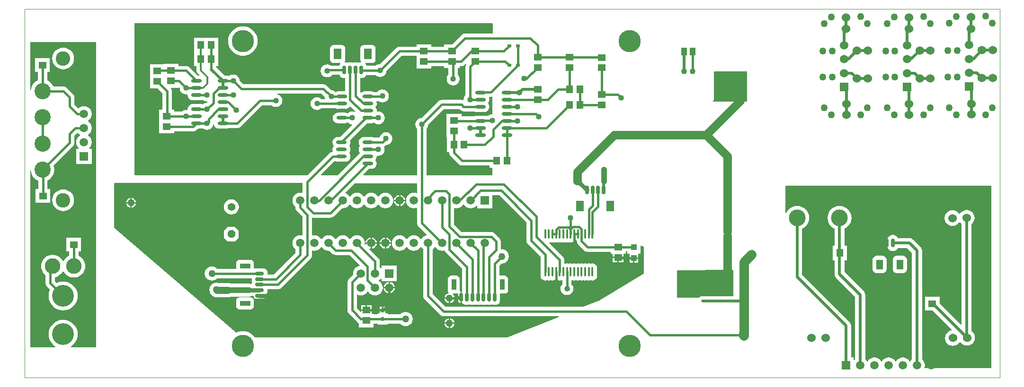
<source format=gtl>
%FSLAX25Y25*%
%MOIN*%
G70*
G01*
G75*
G04 Layer_Physical_Order=1*
G04 Layer_Color=255*
G04:AMPARAMS|DCode=10|XSize=23.62mil|YSize=61.02mil|CornerRadius=5.91mil|HoleSize=0mil|Usage=FLASHONLY|Rotation=0.000|XOffset=0mil|YOffset=0mil|HoleType=Round|Shape=RoundedRectangle|*
%AMROUNDEDRECTD10*
21,1,0.02362,0.04921,0,0,0.0*
21,1,0.01181,0.06102,0,0,0.0*
1,1,0.01181,0.00591,-0.02461*
1,1,0.01181,-0.00591,-0.02461*
1,1,0.01181,-0.00591,0.02461*
1,1,0.01181,0.00591,0.02461*
%
%ADD10ROUNDEDRECTD10*%
%ADD11O,0.07480X0.02362*%
%ADD12O,0.01378X0.07087*%
G04:AMPARAMS|DCode=13|XSize=23.62mil|YSize=61.02mil|CornerRadius=5.91mil|HoleSize=0mil|Usage=FLASHONLY|Rotation=270.000|XOffset=0mil|YOffset=0mil|HoleType=Round|Shape=RoundedRectangle|*
%AMROUNDEDRECTD13*
21,1,0.02362,0.04921,0,0,270.0*
21,1,0.01181,0.06102,0,0,270.0*
1,1,0.01181,-0.02461,-0.00591*
1,1,0.01181,-0.02461,0.00591*
1,1,0.01181,0.02461,0.00591*
1,1,0.01181,0.02461,-0.00591*
%
%ADD13ROUNDEDRECTD13*%
%ADD14R,0.03937X0.05315*%
%ADD15R,0.04134X0.04331*%
%ADD16R,0.03150X0.01969*%
%ADD17R,0.01969X0.03150*%
%ADD18R,0.04724X0.05315*%
%ADD19R,0.05315X0.04724*%
%ADD20R,0.05709X0.04528*%
%ADD21R,0.04528X0.05709*%
%ADD22C,0.01969*%
%ADD23C,0.01500*%
%ADD24C,0.02000*%
%ADD25C,0.01300*%
%ADD26C,0.04000*%
%ADD27C,0.05000*%
%ADD28C,0.03000*%
%ADD29C,0.06500*%
%ADD30C,0.06000*%
%ADD31R,0.03500X0.07500*%
%ADD32R,0.04724X0.07087*%
%ADD33R,0.07500X0.03500*%
%ADD34R,0.05600X0.07700*%
%ADD35C,0.00100*%
%ADD36C,0.11417*%
%ADD37C,0.15354*%
%ADD38C,0.11024*%
%ADD39C,0.05906*%
%ADD40R,0.05906X0.05906*%
%ADD41C,0.06000*%
%ADD42R,0.05906X0.05906*%
%ADD43P,0.05966X8X112.5*%
%ADD44C,0.05512*%
%ADD45C,0.11811*%
%ADD46C,0.10236*%
%ADD47C,0.05000*%
%ADD48C,0.02284*%
%ADD49C,0.15700*%
%ADD50C,0.04000*%
%ADD51C,0.02000*%
%ADD52C,0.06200*%
G36*
X-375800Y-900D02*
X-393406D01*
X-393527Y-415D01*
X-393319Y-303D01*
X-391769Y968D01*
X-390497Y2518D01*
X-389552Y4286D01*
X-388970Y6205D01*
X-388774Y8200D01*
X-388970Y10195D01*
X-389552Y12113D01*
X-390497Y13881D01*
X-391769Y15431D01*
X-393319Y16702D01*
X-395087Y17648D01*
X-397005Y18229D01*
X-399000Y18426D01*
X-400995Y18229D01*
X-402914Y17648D01*
X-404681Y16702D01*
X-406231Y15431D01*
X-407503Y13881D01*
X-408448Y12113D01*
X-409030Y10195D01*
X-409226Y8200D01*
X-409030Y6205D01*
X-408448Y4286D01*
X-407503Y2518D01*
X-406231Y968D01*
X-404681Y-303D01*
X-404473Y-415D01*
X-404594Y-900D01*
X-422200D01*
Y123690D01*
X-421701Y123714D01*
X-421590Y122590D01*
X-421121Y121043D01*
X-420358Y119617D01*
X-419333Y118367D01*
X-418083Y117341D01*
X-416656Y116579D01*
X-416578Y116555D01*
Y110604D01*
X-418458D01*
Y100880D01*
X-408143D01*
Y110604D01*
X-410022D01*
Y116751D01*
X-408918Y117341D01*
X-407667Y118367D01*
X-406642Y119617D01*
X-405879Y121043D01*
X-405410Y122590D01*
X-405252Y124200D01*
X-405410Y125809D01*
X-405839Y127224D01*
X-392082Y140982D01*
X-392082Y140982D01*
X-392082Y140982D01*
X-391561Y141661D01*
X-391397Y142056D01*
X-391234Y142451D01*
X-391178Y142875D01*
X-391122Y143300D01*
Y148242D01*
X-389149Y150215D01*
X-388650Y150182D01*
X-388289Y149711D01*
X-387167Y148850D01*
Y148350D01*
X-388289Y147489D01*
X-389163Y146350D01*
X-389712Y145024D01*
X-389900Y143600D01*
X-389712Y142176D01*
X-389163Y140850D01*
X-388289Y139711D01*
X-388048Y139526D01*
X-388209Y139053D01*
X-389853D01*
Y128147D01*
X-378947D01*
Y139053D01*
X-380591D01*
X-380752Y139526D01*
X-380511Y139711D01*
X-379637Y140850D01*
X-379088Y142176D01*
X-378900Y143600D01*
X-379088Y145024D01*
X-379637Y146350D01*
X-380511Y147489D01*
X-381633Y148350D01*
Y148850D01*
X-380511Y149711D01*
X-379637Y150850D01*
X-379088Y152176D01*
X-378900Y153600D01*
X-379088Y155024D01*
X-379637Y156350D01*
X-380511Y157489D01*
X-381633Y158350D01*
Y158850D01*
X-380511Y159711D01*
X-379637Y160850D01*
X-379088Y162177D01*
X-378900Y163600D01*
X-379088Y165024D01*
X-379637Y166350D01*
X-380511Y167489D01*
X-381650Y168363D01*
X-382977Y168912D01*
X-384400Y169100D01*
X-385823Y168912D01*
X-387150Y168363D01*
X-388289Y167489D01*
X-388443Y167479D01*
X-391122Y170158D01*
Y175300D01*
X-391234Y176148D01*
X-391561Y176939D01*
X-391856Y177323D01*
X-392082Y177618D01*
X-396482Y182018D01*
X-397161Y182538D01*
X-397556Y182702D01*
X-397951Y182866D01*
X-398375Y182922D01*
X-398800Y182978D01*
X-405944D01*
X-406642Y184282D01*
X-407667Y185532D01*
X-408918Y186558D01*
X-410222Y187255D01*
Y193196D01*
X-408343D01*
Y202921D01*
X-418657D01*
Y193196D01*
X-416778D01*
Y187255D01*
X-418083Y186558D01*
X-419333Y185532D01*
X-420358Y184282D01*
X-421121Y182856D01*
X-421590Y181309D01*
X-421701Y180185D01*
X-422200Y180209D01*
Y214300D01*
X-375800D01*
Y-900D01*
D02*
G37*
G36*
X-96737Y175501D02*
X-96768Y163430D01*
X-97875Y163284D01*
X-98969Y162831D01*
X-99820Y162178D01*
X-101364D01*
X-101601Y162276D01*
X-102561Y162403D01*
X-107679D01*
X-108641Y162276D01*
X-109385Y161968D01*
X-118446D01*
Y163605D01*
X-129154D01*
Y154078D01*
Y146794D01*
X-128727D01*
Y136446D01*
X-127241D01*
Y136263D01*
X-127185Y135839D01*
X-127129Y135415D01*
X-126966Y135019D01*
X-126802Y134624D01*
X-126281Y133945D01*
X-126281Y133945D01*
X-126281Y133945D01*
X-120618Y128282D01*
X-119939Y127761D01*
X-119148Y127434D01*
X-118300Y127322D01*
X-117540Y127422D01*
X-98704D01*
Y125542D01*
X-97221D01*
X-96868Y125189D01*
X-96881Y120400D01*
X-142868Y120382D01*
X-143222Y120735D01*
Y153080D01*
X-142569Y153931D01*
X-142116Y155025D01*
X-141976Y156088D01*
X-131142Y166922D01*
X-119858D01*
X-119308Y166372D01*
X-119013Y166146D01*
X-118629Y165851D01*
X-118234Y165687D01*
X-117838Y165523D01*
X-117414Y165468D01*
X-116990Y165412D01*
X-109385D01*
X-108641Y165103D01*
X-107679Y164977D01*
X-102561D01*
X-101601Y165103D01*
X-100705Y165474D01*
X-99936Y166064D01*
X-99346Y166833D01*
X-98975Y167729D01*
X-98849Y168690D01*
X-98975Y169651D01*
X-99346Y170546D01*
X-99840Y171190D01*
X-99346Y171833D01*
X-98975Y172729D01*
X-98849Y173690D01*
X-98975Y174651D01*
X-99262Y175344D01*
X-98984Y175760D01*
X-97652D01*
X-97228Y175816D01*
X-97112Y175831D01*
X-96737Y175501D01*
D02*
G37*
G36*
X-230478Y114802D02*
Y108137D01*
X-230854Y107807D01*
X-232132Y107975D01*
X-233555Y107788D01*
X-234881Y107239D01*
X-236020Y106365D01*
X-236894Y105226D01*
X-237444Y103899D01*
X-237631Y102476D01*
X-237444Y101052D01*
X-236894Y99726D01*
X-236020Y98587D01*
X-235478Y98170D01*
Y97500D01*
X-235422Y97076D01*
X-235366Y96652D01*
X-235203Y96256D01*
X-235039Y95861D01*
X-234518Y95182D01*
X-234518Y95182D01*
X-234518Y95182D01*
X-230378Y91042D01*
Y78124D01*
X-230754Y77794D01*
X-232132Y77975D01*
X-233555Y77788D01*
X-234881Y77239D01*
X-236020Y76364D01*
X-236894Y75226D01*
X-237444Y73899D01*
X-237631Y72476D01*
X-237444Y71052D01*
X-236894Y69726D01*
X-236020Y68587D01*
X-235478Y68170D01*
Y65558D01*
X-250658Y50378D01*
X-255095D01*
X-255122Y50410D01*
Y51591D01*
X-255228Y52397D01*
X-255540Y53149D01*
X-256035Y53795D01*
X-256681Y54290D01*
X-257433Y54602D01*
X-258239Y54708D01*
X-263161D01*
X-263967Y54602D01*
X-264235Y54491D01*
X-264651Y54768D01*
Y58100D01*
X-264845Y59075D01*
X-265398Y59902D01*
X-266225Y60455D01*
X-267200Y60649D01*
X-274700D01*
X-275676Y60455D01*
X-276502Y59902D01*
X-277055Y59075D01*
X-277249Y58100D01*
Y54600D01*
X-277513Y54278D01*
X-290513D01*
X-290734Y54566D01*
X-291778Y55367D01*
X-292995Y55871D01*
X-294300Y56043D01*
X-295605Y55871D01*
X-296822Y55367D01*
X-297866Y54566D01*
X-298668Y53522D01*
X-299171Y52305D01*
X-299343Y51000D01*
X-299171Y49695D01*
X-298668Y48478D01*
X-297866Y47434D01*
X-296822Y46633D01*
X-295605Y46129D01*
X-294300Y45957D01*
X-292995Y46129D01*
X-291778Y46633D01*
X-290734Y47434D01*
X-290513Y47722D01*
X-266305D01*
X-266278Y47690D01*
Y46509D01*
X-266172Y45703D01*
X-265943Y45150D01*
X-266172Y44597D01*
X-266278Y43793D01*
X-266710Y43543D01*
X-267050Y43684D01*
X-268225Y43839D01*
X-281167D01*
X-281970Y44171D01*
X-283275Y44343D01*
X-289530D01*
X-289763Y44440D01*
X-291068Y44611D01*
X-292374Y44440D01*
X-293590Y43936D01*
X-294634Y43134D01*
X-295436Y42090D01*
X-295940Y40874D01*
X-296111Y39568D01*
X-295940Y38263D01*
X-295436Y37047D01*
X-294634Y36002D01*
X-294482Y35886D01*
X-294366Y35734D01*
X-293322Y34933D01*
X-292105Y34429D01*
X-290800Y34257D01*
X-283275D01*
X-281970Y34429D01*
X-281167Y34761D01*
X-268225D01*
X-267050Y34916D01*
X-266206Y35265D01*
X-264782D01*
Y34809D01*
X-264659Y34189D01*
X-264307Y33663D01*
X-263781Y33311D01*
X-263161Y33188D01*
X-258239D01*
X-257619Y33311D01*
X-257093Y33663D01*
X-256741Y34189D01*
X-256618Y34809D01*
Y35991D01*
X-256629Y36049D01*
X-256035Y36505D01*
X-255540Y37151D01*
X-255228Y37903D01*
X-255122Y38709D01*
Y39891D01*
X-255095Y39922D01*
X-247900D01*
X-247476Y39978D01*
X-247052Y40034D01*
X-246656Y40197D01*
X-246261Y40361D01*
X-245582Y40882D01*
X-224782Y61682D01*
X-224556Y61977D01*
X-224261Y62361D01*
X-223934Y63152D01*
X-223822Y64000D01*
Y66819D01*
X-223446Y67149D01*
X-222131Y66976D01*
X-220708Y67163D01*
X-219382Y67713D01*
X-218243Y68587D01*
X-217382Y69709D01*
X-216881D01*
X-216020Y68587D01*
X-214881Y67713D01*
X-213555Y67163D01*
X-212132Y66976D01*
X-211503Y67058D01*
X-209427Y64982D01*
X-209132Y64756D01*
X-208748Y64461D01*
X-207957Y64134D01*
X-207109Y64022D01*
X-197458D01*
X-190277Y56841D01*
X-190437Y56367D01*
X-190853Y56312D01*
X-192180Y55763D01*
X-193319Y54889D01*
X-194193Y53750D01*
X-194742Y52424D01*
X-194930Y51000D01*
X-194829Y50236D01*
X-197898Y47167D01*
X-198419Y46488D01*
X-198583Y46093D01*
X-198747Y45698D01*
X-198802Y45274D01*
X-198858Y44850D01*
Y25142D01*
X-198802Y24717D01*
X-198747Y24293D01*
X-198583Y23898D01*
X-198419Y23503D01*
X-197898Y22824D01*
X-197898Y22824D01*
X-197898Y22824D01*
X-191656Y16582D01*
X-191361Y16356D01*
X-190977Y16061D01*
X-190657Y15928D01*
Y12996D01*
X-180342D01*
Y15622D01*
X-177584D01*
Y14825D01*
X-170615D01*
Y15622D01*
X-161687D01*
X-161466Y15334D01*
X-160422Y14532D01*
X-159205Y14029D01*
X-157900Y13857D01*
X-156595Y14029D01*
X-155379Y14532D01*
X-154334Y15334D01*
X-153533Y16378D01*
X-153029Y17594D01*
X-152857Y18900D01*
X-153029Y20205D01*
X-153533Y21421D01*
X-154334Y22466D01*
X-155379Y23267D01*
X-156595Y23771D01*
X-157900Y23943D01*
X-159205Y23771D01*
X-160422Y23267D01*
X-161466Y22466D01*
X-161687Y22178D01*
X-170615D01*
Y22975D01*
X-172115D01*
Y24400D01*
X-176084D01*
Y22975D01*
X-177584D01*
Y22178D01*
X-180342D01*
Y22720D01*
X-181842D01*
Y24642D01*
X-189157D01*
Y24008D01*
X-189619Y23816D01*
X-192302Y26500D01*
Y35838D01*
X-191887Y36116D01*
X-190853Y35688D01*
X-189430Y35500D01*
X-188006Y35688D01*
X-186680Y36237D01*
X-185541Y37111D01*
X-184680Y38233D01*
X-184180D01*
X-183319Y37111D01*
X-182180Y36237D01*
X-180853Y35688D01*
X-179430Y35500D01*
X-178006Y35688D01*
X-176680Y36237D01*
X-175541Y37111D01*
X-174667Y38250D01*
X-174117Y39577D01*
X-173930Y41000D01*
X-174117Y42423D01*
X-174667Y43750D01*
X-175541Y44889D01*
X-176663Y45750D01*
Y46250D01*
X-175541Y47111D01*
X-175356Y47352D01*
X-174882Y47191D01*
Y45547D01*
X-163977D01*
Y56453D01*
X-174882D01*
Y54809D01*
X-175356Y54648D01*
X-175541Y54889D01*
X-176152Y55358D01*
Y59621D01*
X-176263Y60470D01*
X-176591Y61260D01*
X-177112Y61939D01*
X-183344Y68171D01*
X-183122Y68619D01*
X-182632Y68555D01*
Y71976D01*
X-186053D01*
X-185988Y71485D01*
X-186340Y71311D01*
X-186747Y71602D01*
X-186632Y72476D01*
X-186819Y73899D01*
X-187369Y75226D01*
X-188243Y76364D01*
X-189382Y77239D01*
X-190708Y77788D01*
X-192131Y77975D01*
X-193555Y77788D01*
X-194881Y77239D01*
X-196020Y76364D01*
X-196881Y75242D01*
X-197381D01*
X-198243Y76364D01*
X-199382Y77239D01*
X-200708Y77788D01*
X-202132Y77975D01*
X-203555Y77788D01*
X-204881Y77239D01*
X-206020Y76364D01*
X-206881Y75242D01*
X-207382D01*
X-208243Y76364D01*
X-209382Y77239D01*
X-210708Y77788D01*
X-212132Y77975D01*
X-213555Y77788D01*
X-214881Y77239D01*
X-216020Y76364D01*
X-216881Y75242D01*
X-217382D01*
X-218243Y76364D01*
X-219382Y77239D01*
X-220708Y77788D01*
X-222131Y77975D01*
X-223446Y77802D01*
X-223822Y78132D01*
Y90177D01*
X-223446Y90507D01*
X-223224Y90478D01*
X-222800Y90422D01*
X-210891D01*
X-210467Y90478D01*
X-210043Y90534D01*
X-209648Y90697D01*
X-209252Y90861D01*
X-208573Y91382D01*
X-208573Y91382D01*
X-208573Y91382D01*
X-202881Y97075D01*
X-202132Y96976D01*
X-200708Y97163D01*
X-199382Y97713D01*
X-198243Y98587D01*
X-197381Y99709D01*
X-196881D01*
X-196020Y98587D01*
X-194881Y97713D01*
X-193555Y97163D01*
X-192131Y96976D01*
X-190708Y97163D01*
X-189382Y97713D01*
X-188243Y98587D01*
X-187381Y99709D01*
X-186881D01*
X-186021Y98587D01*
X-184881Y97713D01*
X-183555Y97163D01*
X-182132Y96976D01*
X-180708Y97163D01*
X-179382Y97713D01*
X-178243Y98587D01*
X-177382Y99709D01*
X-176882D01*
X-176021Y98587D01*
X-174881Y97713D01*
X-173555Y97163D01*
X-172132Y96976D01*
X-170708Y97163D01*
X-169382Y97713D01*
X-168243Y98587D01*
X-167368Y99726D01*
X-166819Y101052D01*
X-166632Y102476D01*
X-166819Y103899D01*
X-167368Y105226D01*
X-168243Y106365D01*
X-169382Y107239D01*
X-170708Y107788D01*
X-172132Y107975D01*
X-173555Y107788D01*
X-174881Y107239D01*
X-176021Y106365D01*
X-176882Y105242D01*
X-177382D01*
X-178243Y106365D01*
X-179382Y107239D01*
X-180708Y107788D01*
X-182132Y107975D01*
X-183555Y107788D01*
X-184881Y107239D01*
X-186021Y106365D01*
X-186881Y105242D01*
X-187381D01*
X-188243Y106365D01*
X-189382Y107239D01*
X-190708Y107788D01*
X-192131Y107975D01*
X-193555Y107788D01*
X-194881Y107239D01*
X-196020Y106365D01*
X-196881Y105242D01*
X-197381D01*
X-198243Y106365D01*
X-199382Y107239D01*
X-200304Y107621D01*
X-200401Y108111D01*
X-193790Y114722D01*
X-149778Y114625D01*
Y107853D01*
X-150194Y107575D01*
X-150708Y107788D01*
X-152131Y107975D01*
X-153555Y107788D01*
X-154881Y107239D01*
X-156020Y106365D01*
X-156895Y105226D01*
X-157444Y103899D01*
X-157631Y102476D01*
X-157444Y101052D01*
X-156895Y99726D01*
X-156020Y98587D01*
X-154881Y97713D01*
X-153555Y97163D01*
X-152131Y96976D01*
X-150708Y97163D01*
X-150194Y97376D01*
X-149778Y97098D01*
Y86691D01*
X-149722Y86267D01*
X-149666Y85843D01*
X-149503Y85448D01*
X-149339Y85052D01*
X-148818Y84373D01*
X-148818Y84373D01*
X-148818Y84373D01*
X-142786Y78342D01*
X-142947Y77868D01*
X-143555Y77788D01*
X-144881Y77239D01*
X-146020Y76364D01*
X-146881Y75242D01*
X-147381D01*
X-148243Y76364D01*
X-149382Y77239D01*
X-150708Y77788D01*
X-152131Y77975D01*
X-153555Y77788D01*
X-154881Y77239D01*
X-156020Y76364D01*
X-156881Y75242D01*
X-157381D01*
X-158243Y76364D01*
X-159382Y77239D01*
X-160708Y77788D01*
X-162132Y77975D01*
X-163555Y77788D01*
X-164881Y77239D01*
X-166021Y76364D01*
X-166894Y75226D01*
X-167444Y73899D01*
X-167631Y72476D01*
X-167444Y71052D01*
X-166894Y69726D01*
X-166021Y68587D01*
X-164881Y67713D01*
X-163555Y67163D01*
X-162132Y66976D01*
X-160708Y67163D01*
X-159382Y67713D01*
X-158243Y68587D01*
X-157381Y69709D01*
X-156881D01*
X-156020Y68587D01*
X-154881Y67713D01*
X-153555Y67163D01*
X-152131Y66976D01*
X-150708Y67163D01*
X-149382Y67713D01*
X-148243Y68587D01*
X-147381Y69709D01*
X-146881D01*
X-146020Y68587D01*
X-145478Y68170D01*
Y35250D01*
X-145422Y34826D01*
X-145366Y34401D01*
X-145203Y34006D01*
X-145039Y33611D01*
X-144518Y32932D01*
X-144518Y32932D01*
X-144518Y32932D01*
X-133468Y21882D01*
X-133173Y21656D01*
X-132789Y21361D01*
X-132394Y21197D01*
X-131999Y21034D01*
X-131574Y20978D01*
X-131150Y20922D01*
X-50091D01*
X-49995Y20431D01*
X-86000Y5800D01*
X-264039Y6001D01*
X-264101Y6102D01*
X-265159Y7341D01*
X-266398Y8399D01*
X-267787Y9250D01*
X-269292Y9874D01*
X-270876Y10254D01*
X-272500Y10382D01*
X-274124Y10254D01*
X-275708Y9874D01*
X-277213Y9250D01*
X-277295Y9200D01*
X-363224Y83331D01*
Y114739D01*
X-362870Y115093D01*
X-230478Y114802D01*
D02*
G37*
G36*
X-72778Y87042D02*
Y74200D01*
X-72722Y73776D01*
X-72666Y73352D01*
X-72503Y72956D01*
X-72339Y72561D01*
X-71818Y71882D01*
X-71818Y71882D01*
X-71818Y71882D01*
X-62912Y62976D01*
Y52114D01*
X-62850Y51647D01*
Y49260D01*
X-62741Y48427D01*
X-62419Y47652D01*
X-61908Y46985D01*
X-61242Y46474D01*
X-60466Y46153D01*
X-59634Y46043D01*
X-58801Y46153D01*
X-58354Y46338D01*
X-57907Y46153D01*
X-57075Y46043D01*
X-56242Y46153D01*
X-55795Y46338D01*
X-55348Y46153D01*
X-54516Y46043D01*
X-53683Y46153D01*
X-52908Y46474D01*
X-52241Y46985D01*
X-52207Y47031D01*
X-51707D01*
X-51672Y46985D01*
X-51006Y46474D01*
X-50230Y46153D01*
X-49398Y46043D01*
X-48565Y46153D01*
X-48118Y46338D01*
X-47671Y46153D01*
X-47558Y46138D01*
Y43440D01*
X-48210Y42590D01*
X-48664Y41495D01*
X-48818Y40321D01*
X-48664Y39146D01*
X-48210Y38051D01*
X-47489Y37111D01*
X-46549Y36390D01*
X-45454Y35936D01*
X-44280Y35782D01*
X-43105Y35936D01*
X-42010Y36390D01*
X-41070Y37111D01*
X-40349Y38051D01*
X-39895Y39146D01*
X-39741Y40321D01*
X-39895Y41495D01*
X-40349Y42590D01*
X-41001Y43440D01*
Y46138D01*
X-40888Y46153D01*
X-40441Y46338D01*
X-39994Y46153D01*
X-39161Y46043D01*
X-38329Y46153D01*
X-37882Y46338D01*
X-37435Y46153D01*
X-36602Y46043D01*
X-35770Y46153D01*
X-35323Y46338D01*
X-34876Y46153D01*
X-34043Y46043D01*
X-33211Y46153D01*
X-32764Y46338D01*
X-32317Y46153D01*
X-31484Y46043D01*
X-30652Y46153D01*
X-30205Y46338D01*
X-29758Y46153D01*
X-28925Y46043D01*
X-28093Y46153D01*
X-27646Y46338D01*
X-27199Y46153D01*
X-26366Y46043D01*
X-25534Y46153D01*
X-24758Y46474D01*
X-24092Y46985D01*
X-23581Y47652D01*
X-23259Y48427D01*
X-23150Y49260D01*
Y54969D01*
X-23259Y55801D01*
X-23581Y56577D01*
X-24092Y57243D01*
X-24758Y57754D01*
X-25534Y58075D01*
X-26366Y58185D01*
X-27199Y58075D01*
X-27646Y57890D01*
X-28093Y58075D01*
X-28925Y58185D01*
X-29758Y58075D01*
X-30205Y57890D01*
X-30652Y58075D01*
X-31484Y58185D01*
X-32317Y58075D01*
X-32764Y57890D01*
X-33211Y58075D01*
X-34043Y58185D01*
X-34876Y58075D01*
X-35323Y57890D01*
X-35770Y58075D01*
X-36602Y58185D01*
X-37435Y58075D01*
X-37882Y57890D01*
X-38329Y58075D01*
X-39161Y58185D01*
X-39994Y58075D01*
X-40441Y57890D01*
X-40888Y58075D01*
X-41721Y58185D01*
X-42553Y58075D01*
X-43000Y57890D01*
X-43447Y58075D01*
X-44280Y58185D01*
X-45112Y58075D01*
X-45559Y57890D01*
X-46006Y58075D01*
X-46120Y58090D01*
Y60498D01*
X-46176Y60922D01*
X-46231Y61346D01*
X-46395Y61741D01*
X-46559Y62137D01*
X-47080Y62816D01*
X-56679Y72415D01*
X-56518Y72888D01*
X-56242Y72925D01*
X-55795Y73110D01*
X-55348Y72925D01*
X-54516Y72815D01*
X-53683Y72925D01*
X-53236Y73110D01*
X-52789Y72925D01*
X-51957Y72815D01*
X-51124Y72925D01*
X-50677Y73110D01*
X-50230Y72925D01*
X-49398Y72815D01*
X-48565Y72925D01*
X-48118Y73110D01*
X-47671Y72925D01*
X-46839Y72815D01*
X-46006Y72925D01*
X-45559Y73110D01*
X-45112Y72925D01*
X-44280Y72815D01*
X-43447Y72925D01*
X-43000Y73110D01*
X-42553Y72925D01*
X-41721Y72815D01*
X-40888Y72925D01*
X-40112Y73246D01*
X-39446Y73757D01*
X-38997Y74342D01*
X-38502Y74440D01*
X-37944Y74814D01*
X-37820D01*
X-37321Y74481D01*
Y73943D01*
X-37266Y73519D01*
X-37210Y73095D01*
X-37046Y72700D01*
X-36882Y72304D01*
X-36361Y71625D01*
X-36361Y71625D01*
X-36361Y71625D01*
X-31990Y67255D01*
X-31696Y67028D01*
X-31312Y66734D01*
X-30753Y66502D01*
X-30521Y66406D01*
X-30422Y66393D01*
X-29673Y66294D01*
X-13523D01*
Y64809D01*
X-12023D01*
Y62789D01*
X-4314D01*
Y64809D01*
X-2814D01*
Y66459D01*
X-1735D01*
Y65072D01*
X-235D01*
Y65072D01*
Y65028D01*
X-235Y64718D01*
X-235Y64718D01*
X-235D01*
Y62363D01*
X5898D01*
Y64718D01*
X5898Y64718D01*
D01*
D01*
X5898Y65028D01*
D01*
X5942Y65072D01*
X7398D01*
Y70485D01*
X7804Y70777D01*
X9800Y70107D01*
X9900Y50899D01*
X-21500Y32011D01*
X-32654Y27478D01*
X-129792D01*
X-138922Y36608D01*
Y68065D01*
X-138243Y68587D01*
X-137381Y69709D01*
X-136881D01*
X-136021Y68587D01*
X-134881Y67713D01*
X-133555Y67163D01*
X-132132Y66976D01*
X-130708Y67163D01*
X-130708Y67163D01*
X-130708Y67163D01*
X-130377Y67263D01*
X-130377Y67263D01*
X-130377D01*
X-130214Y66867D01*
X-130050Y66472D01*
X-129529Y65793D01*
X-129529Y65793D01*
X-129529Y65793D01*
X-118061Y54325D01*
Y38522D01*
X-118110Y38482D01*
X-118200D01*
Y38114D01*
X-118385Y37668D01*
X-118491Y36861D01*
Y34400D01*
Y31939D01*
X-118385Y31133D01*
X-118200Y30686D01*
Y30318D01*
X-118109D01*
X-118036Y30332D01*
X-117578Y29735D01*
X-116932Y29240D01*
X-116181Y28928D01*
X-115374Y28822D01*
X-114193D01*
X-113386Y28928D01*
X-112825Y29161D01*
X-112264Y28928D01*
X-111457Y28822D01*
X-110276D01*
X-109469Y28928D01*
X-108908Y29161D01*
X-108347Y28928D01*
X-107541Y28822D01*
X-106360D01*
X-105553Y28928D01*
X-104992Y29161D01*
X-104431Y28928D01*
X-103624Y28822D01*
X-102443D01*
X-101636Y28928D01*
X-101075Y29161D01*
X-100514Y28928D01*
X-99707Y28822D01*
X-98526D01*
X-97719Y28928D01*
X-97158Y29161D01*
X-96597Y28928D01*
X-95791Y28822D01*
X-94609D01*
X-93803Y28928D01*
X-93051Y29240D01*
X-92405Y29735D01*
X-91910Y30381D01*
X-91598Y31133D01*
X-91492Y31939D01*
Y36851D01*
X-88200D01*
X-87225Y37045D01*
X-86398Y37598D01*
X-85845Y38425D01*
X-85651Y39400D01*
Y46900D01*
X-85845Y47875D01*
X-86398Y48702D01*
X-87225Y49255D01*
X-88200Y49449D01*
X-91700D01*
X-91922Y49631D01*
Y56742D01*
X-90560Y58104D01*
X-90200Y58057D01*
X-88895Y58229D01*
X-87678Y58732D01*
X-86634Y59534D01*
X-85833Y60578D01*
X-85329Y61795D01*
X-85157Y63100D01*
X-85329Y64405D01*
X-85833Y65622D01*
X-86634Y66666D01*
X-87678Y67467D01*
X-88895Y67971D01*
X-90200Y68143D01*
X-90504Y68103D01*
X-90880Y68433D01*
Y73758D01*
X-90880Y73758D01*
X-90880Y73758D01*
Y73758D01*
X-90880D01*
X-90880Y73758D01*
X-90991Y74606D01*
X-91319Y75397D01*
X-91840Y76076D01*
X-95040Y79276D01*
X-95719Y79797D01*
X-96114Y79961D01*
X-96510Y80125D01*
X-96934Y80181D01*
X-97358Y80236D01*
X-118500D01*
X-123922Y85658D01*
Y96832D01*
X-123546Y97162D01*
X-122132Y96976D01*
X-120708Y97163D01*
X-119382Y97713D01*
X-118243Y98587D01*
X-117382Y99709D01*
X-116882D01*
X-116021Y98587D01*
X-114881Y97713D01*
X-113555Y97163D01*
X-112132Y96976D01*
X-110708Y97163D01*
X-109382Y97713D01*
X-108243Y98587D01*
X-108058Y98827D01*
X-107584Y98667D01*
Y97023D01*
X-96679D01*
Y106222D01*
X-91958D01*
X-72778Y87042D01*
D02*
G37*
G36*
X72856Y53326D02*
X72800Y36900D01*
X72702Y35030D01*
X61555D01*
X61447Y35016D01*
X51136D01*
X50222Y34896D01*
X49371Y34543D01*
X48649Y33990D01*
X33118D01*
Y52987D01*
X33521Y53390D01*
X72502Y53679D01*
X72856Y53326D01*
D02*
G37*
G36*
X82600Y193483D02*
Y172244D01*
X58649D01*
X58458Y172706D01*
X59200Y173448D01*
Y193288D01*
X59555Y193641D01*
X82600Y193483D01*
D02*
G37*
G36*
X254400Y112942D02*
Y-15816D01*
X254300Y-15858D01*
Y-15858D01*
X254300Y-15858D01*
X207641D01*
X207363Y-15442D01*
X207512Y-15081D01*
X207700Y-13658D01*
X207512Y-12234D01*
X206963Y-10908D01*
X206089Y-9769D01*
X205730Y-9493D01*
Y67142D01*
X205610Y68056D01*
X205257Y68907D01*
X204696Y69639D01*
X199296Y75039D01*
X198565Y75600D01*
X197714Y75952D01*
X196800Y76073D01*
X188693D01*
X188490Y76562D01*
X187995Y77207D01*
X187349Y77703D01*
X186597Y78014D01*
X185791Y78120D01*
X184609D01*
X183803Y78014D01*
X183051Y77703D01*
X182405Y77207D01*
X181910Y76562D01*
X181598Y75810D01*
X181492Y75003D01*
Y70082D01*
X181598Y69275D01*
X181910Y68523D01*
X182405Y67878D01*
X183051Y67382D01*
X183803Y67071D01*
X184609Y66965D01*
X185791D01*
X186597Y67071D01*
X187349Y67382D01*
X187995Y67878D01*
X188490Y68523D01*
X188693Y69012D01*
X195338D01*
X198670Y65680D01*
Y-9493D01*
X198311Y-9769D01*
X197450Y-10891D01*
X196950D01*
X196089Y-9769D01*
X194950Y-8895D01*
X193623Y-8345D01*
X192200Y-8158D01*
X190777Y-8345D01*
X189450Y-8895D01*
X188311Y-9769D01*
X187450Y-10891D01*
X186950D01*
X186089Y-9769D01*
X184950Y-8895D01*
X183624Y-8345D01*
X182200Y-8158D01*
X180777Y-8345D01*
X179450Y-8895D01*
X178311Y-9769D01*
X177450Y-10891D01*
X176950D01*
X176089Y-9769D01*
X174950Y-8895D01*
X173624Y-8345D01*
X172200Y-8158D01*
X170776Y-8345D01*
X169450Y-8895D01*
X168311Y-9769D01*
X167450Y-10891D01*
X166950D01*
X166089Y-9769D01*
X165730Y-9493D01*
Y36042D01*
X165610Y36956D01*
X165257Y37808D01*
X164696Y38539D01*
X151180Y52055D01*
Y60385D01*
X152720D01*
Y70700D01*
X151180D01*
Y82548D01*
X152343Y83170D01*
X153623Y84220D01*
X154673Y85500D01*
X155453Y86960D01*
X155934Y88545D01*
X156096Y90192D01*
X155934Y91840D01*
X155453Y93425D01*
X154673Y94885D01*
X153623Y96165D01*
X152343Y97215D01*
X150882Y97996D01*
X149298Y98476D01*
X147650Y98639D01*
X146002Y98476D01*
X144418Y97996D01*
X142958Y97215D01*
X141678Y96165D01*
X140628Y94885D01*
X139847Y93425D01*
X139366Y91840D01*
X139204Y90192D01*
X139366Y88545D01*
X139847Y86960D01*
X140628Y85500D01*
X141678Y84220D01*
X142958Y83170D01*
X144120Y82548D01*
Y70700D01*
X142996D01*
Y60385D01*
X144120D01*
Y50592D01*
X144240Y49679D01*
X144593Y48827D01*
X145154Y48096D01*
X158670Y34580D01*
Y-9493D01*
X158311Y-9769D01*
X158126Y-10009D01*
X157653Y-9849D01*
Y-8205D01*
X155730D01*
Y14242D01*
X155610Y15156D01*
X155257Y16007D01*
X154696Y16739D01*
X121280Y50155D01*
Y82648D01*
X122443Y83270D01*
X123723Y84320D01*
X124773Y85600D01*
X125553Y87060D01*
X126034Y88645D01*
X126196Y90292D01*
X126034Y91940D01*
X125553Y93525D01*
X124773Y94985D01*
X123723Y96265D01*
X122443Y97315D01*
X120982Y98096D01*
X119398Y98576D01*
X117750Y98739D01*
X116102Y98576D01*
X114518Y98096D01*
X113058Y97315D01*
X111778Y96265D01*
X110728Y94985D01*
X110035Y93690D01*
X109550Y93811D01*
Y112689D01*
X109904Y113042D01*
X254400Y112942D01*
D02*
G37*
G36*
X-96954Y227700D02*
X-96601Y227346D01*
X-96619Y220278D01*
X-116131D01*
X-116980Y220166D01*
X-117539Y219935D01*
X-117771Y219839D01*
X-118065Y219613D01*
X-118449Y219318D01*
X-125172Y212595D01*
X-130654D01*
Y211109D01*
X-139842D01*
Y212694D01*
X-150157D01*
Y211109D01*
X-162268D01*
X-163117Y210998D01*
X-163908Y210670D01*
X-164292Y210376D01*
X-164586Y210149D01*
X-176012Y198724D01*
X-177075Y198584D01*
X-178169Y198131D01*
X-179020Y197478D01*
X-185560D01*
X-185599Y197767D01*
X-185910Y198519D01*
X-186281Y199003D01*
X-186060Y199451D01*
X-181600D01*
X-180624Y199645D01*
X-179798Y200198D01*
X-179245Y201025D01*
X-179051Y202000D01*
Y209700D01*
X-179245Y210676D01*
X-179798Y211502D01*
X-180624Y212055D01*
X-181600Y212249D01*
X-187200D01*
X-188175Y212055D01*
X-189002Y211502D01*
X-189555Y210676D01*
X-189749Y209700D01*
Y202000D01*
X-189555Y201025D01*
X-189217Y200519D01*
X-189453Y200078D01*
X-189791D01*
X-190597Y199972D01*
X-191167Y199736D01*
X-191736Y199972D01*
X-192543Y200078D01*
X-193724D01*
X-194531Y199972D01*
X-195100Y199736D01*
X-195669Y199972D01*
X-196476Y200078D01*
X-197657D01*
X-198464Y199972D01*
X-199033Y199736D01*
X-199603Y199972D01*
X-200409Y200078D01*
X-200647D01*
X-200883Y200519D01*
X-200545Y201025D01*
X-200351Y202000D01*
Y209700D01*
X-200545Y210676D01*
X-201098Y211502D01*
X-201924Y212055D01*
X-202900Y212249D01*
X-208500D01*
X-209475Y212055D01*
X-210302Y211502D01*
X-210855Y210676D01*
X-211049Y209700D01*
Y202000D01*
X-210855Y201025D01*
X-210302Y200198D01*
X-209475Y199645D01*
X-208500Y199451D01*
X-204140D01*
X-203919Y199003D01*
X-204290Y198519D01*
X-204597Y197778D01*
X-210610D01*
X-210831Y197947D01*
X-211925Y198400D01*
X-213100Y198555D01*
X-214275Y198400D01*
X-215369Y197947D01*
X-216309Y197226D01*
X-217031Y196286D01*
X-217484Y195191D01*
X-217639Y194016D01*
X-217484Y192841D01*
X-217031Y191747D01*
X-216309Y190807D01*
X-215369Y190085D01*
X-214275Y189632D01*
X-213100Y189477D01*
X-211925Y189632D01*
X-210831Y190085D01*
X-209891Y190807D01*
X-209572Y191222D01*
X-204597D01*
X-204290Y190481D01*
X-203795Y189835D01*
X-203149Y189340D01*
X-202397Y189028D01*
X-201591Y188922D01*
X-200410D01*
X-200345Y188865D01*
Y179527D01*
X-200361Y179513D01*
X-205480D01*
X-206440Y179386D01*
X-207156Y179090D01*
X-207991Y179731D01*
X-209086Y180184D01*
X-210149Y180324D01*
X-213343Y183518D01*
X-214022Y184039D01*
X-214417Y184203D01*
X-214812Y184366D01*
X-215236Y184422D01*
X-215661Y184478D01*
X-272182D01*
X-274715Y187012D01*
X-274855Y188075D01*
X-275309Y189169D01*
X-276030Y190109D01*
X-276970Y190831D01*
X-278065Y191284D01*
X-279239Y191439D01*
X-280414Y191284D01*
X-281509Y190831D01*
X-282344Y190190D01*
X-283060Y190486D01*
X-284020Y190613D01*
X-285300D01*
X-291412Y196725D01*
Y197211D01*
X-289828D01*
Y207014D01*
Y217329D01*
X-306835D01*
Y207014D01*
Y197211D01*
X-305150D01*
Y194373D01*
X-305150Y194373D01*
X-305042Y193551D01*
X-304725Y192785D01*
X-304220Y192127D01*
X-303168Y191075D01*
X-303359Y190613D01*
X-304160D01*
X-310007Y196460D01*
X-310686Y196981D01*
X-311082Y197144D01*
X-311477Y197308D01*
X-311901Y197364D01*
X-312325Y197420D01*
X-317777D01*
Y198906D01*
X-328486D01*
Y198750D01*
X-337958D01*
Y189026D01*
Y181743D01*
X-332574D01*
X-329078Y178247D01*
Y166706D01*
X-331354D01*
Y157178D01*
Y149894D01*
X-320646D01*
Y151380D01*
X-307325D01*
X-306901Y151436D01*
X-306477Y151492D01*
X-306082Y151656D01*
X-305686Y151819D01*
X-305007Y152340D01*
X-304160Y153187D01*
X-302524D01*
X-301564Y153314D01*
X-300848Y153610D01*
X-300013Y152969D01*
X-298918Y152516D01*
X-297743Y152361D01*
X-296569Y152516D01*
X-295474Y152969D01*
X-294534Y153691D01*
X-293813Y154631D01*
X-293359Y155725D01*
X-293278Y156342D01*
X-292778D01*
X-292725Y155939D01*
X-292354Y155044D01*
X-291764Y154275D01*
X-290995Y153685D01*
X-290100Y153314D01*
X-289139Y153187D01*
X-284020D01*
X-283060Y153314D01*
X-282315Y153622D01*
X-276500D01*
X-276076Y153678D01*
X-275652Y153734D01*
X-275256Y153897D01*
X-274861Y154061D01*
X-274182Y154582D01*
X-259043Y169722D01*
X-252320D01*
X-251469Y169069D01*
X-250375Y168615D01*
X-249200Y168461D01*
X-248025Y168615D01*
X-246931Y169069D01*
X-245991Y169790D01*
X-245269Y170730D01*
X-244816Y171825D01*
X-244661Y173000D01*
X-244816Y174174D01*
X-245269Y175269D01*
X-245991Y176209D01*
X-246931Y176930D01*
X-248025Y177384D01*
X-248323Y177423D01*
X-248290Y177922D01*
X-217018D01*
X-214785Y175688D01*
X-214645Y174625D01*
X-214590Y174494D01*
X-214868Y174078D01*
X-217092D01*
X-218031Y174799D01*
X-219125Y175252D01*
X-220300Y175407D01*
X-221475Y175252D01*
X-222569Y174799D01*
X-223509Y174077D01*
X-224231Y173137D01*
X-224684Y172043D01*
X-224839Y170868D01*
X-224684Y169693D01*
X-224231Y168598D01*
X-223509Y167658D01*
X-222569Y166937D01*
X-221475Y166483D01*
X-220300Y166329D01*
X-219125Y166483D01*
X-218031Y166937D01*
X-217268Y167522D01*
X-207185D01*
X-206440Y167214D01*
X-205480Y167087D01*
X-200361D01*
X-199400Y167214D01*
X-198505Y167585D01*
X-197736Y168175D01*
X-197304Y168737D01*
D01*
X-197023Y168755D01*
X-196806Y168770D01*
X-196806Y168770D01*
X-196806Y168770D01*
X-193288Y165252D01*
X-193566Y164836D01*
X-194406Y165184D01*
X-195580Y165339D01*
X-196755Y165184D01*
X-197850Y164731D01*
X-198685Y164090D01*
X-199400Y164386D01*
X-200361Y164513D01*
X-205480D01*
X-206440Y164386D01*
X-207336Y164015D01*
X-208105Y163425D01*
X-208695Y162656D01*
X-209066Y161761D01*
X-209192Y160800D01*
X-209066Y159839D01*
X-208695Y158944D01*
X-208105Y158175D01*
X-207336Y157585D01*
X-206440Y157214D01*
X-205480Y157087D01*
X-200361D01*
X-199400Y157214D01*
X-198685Y157510D01*
X-197850Y156869D01*
X-196755Y156416D01*
X-195651Y156271D01*
X-195491Y155797D01*
X-203975Y147313D01*
X-205611D01*
X-206572Y147186D01*
X-207468Y146815D01*
X-208236Y146225D01*
X-208826Y145456D01*
X-209197Y144561D01*
X-209324Y143600D01*
X-209197Y142639D01*
X-208826Y141744D01*
X-208333Y141100D01*
X-208826Y140456D01*
X-209197Y139561D01*
X-209324Y138600D01*
X-209197Y137639D01*
X-209061Y137310D01*
X-209311Y136877D01*
X-210148Y136766D01*
X-210939Y136439D01*
X-211323Y136144D01*
X-211618Y135918D01*
X-227188Y120348D01*
X-348500Y120300D01*
X-349249Y121212D01*
X-348875Y121668D01*
Y227774D01*
X-158920D01*
X-96954Y227700D01*
D02*
G37*
G36*
X-316948Y181788D02*
X-316808Y180725D01*
X-316354Y179631D01*
X-315633Y178691D01*
X-314693Y177969D01*
X-313598Y177516D01*
X-312424Y177361D01*
X-311682Y177459D01*
X-311328Y177105D01*
X-311355Y176900D01*
X-311229Y175939D01*
X-310858Y175044D01*
X-310268Y174275D01*
X-309499Y173685D01*
X-308604Y173314D01*
X-307643Y173187D01*
X-302524D01*
X-301564Y173314D01*
X-300848Y173610D01*
X-300013Y172969D01*
X-298918Y172516D01*
X-297743Y172361D01*
X-297564Y172385D01*
X-297343Y171936D01*
X-297855Y171424D01*
X-298918Y171284D01*
X-300013Y170831D01*
X-300848Y170190D01*
X-301564Y170486D01*
X-302524Y170613D01*
X-307643D01*
X-308604Y170486D01*
X-309499Y170115D01*
X-310268Y169525D01*
X-310858Y168756D01*
X-311229Y167861D01*
X-311355Y166900D01*
X-311328Y166695D01*
X-311682Y166341D01*
X-312424Y166439D01*
X-313598Y166284D01*
X-314693Y165831D01*
X-315489Y165220D01*
X-320646D01*
Y166706D01*
X-322522D01*
Y179605D01*
X-322621Y180354D01*
X-322634Y180453D01*
X-322730Y180685D01*
X-322961Y181244D01*
X-323256Y181628D01*
X-323270Y181646D01*
X-323049Y182095D01*
X-317777D01*
X-317777Y182095D01*
Y182095D01*
X-317407Y182248D01*
X-316948Y181788D01*
D02*
G37*
G36*
X-150157Y202969D02*
Y195686D01*
X-139842D01*
Y197270D01*
X-130654D01*
Y195784D01*
X-127678D01*
Y191398D01*
X-128331Y190547D01*
X-128784Y189453D01*
X-128939Y188278D01*
X-128784Y187103D01*
X-128331Y186009D01*
X-127609Y185069D01*
X-126669Y184347D01*
X-125575Y183894D01*
X-124400Y183739D01*
X-123225Y183894D01*
X-122131Y184347D01*
X-121191Y185069D01*
X-120469Y186009D01*
X-120016Y187103D01*
X-119861Y188278D01*
X-120016Y189453D01*
X-120469Y190547D01*
X-121122Y191398D01*
Y195784D01*
X-119946D01*
Y197270D01*
X-118652D01*
X-118228Y197326D01*
X-117804Y197382D01*
X-117408Y197545D01*
X-117013Y197709D01*
X-116334Y198230D01*
X-115568Y198996D01*
X-115192Y198667D01*
X-115299Y198526D01*
X-115463Y198131D01*
X-115627Y197736D01*
X-115683Y197312D01*
X-115739Y196887D01*
Y176810D01*
X-116391Y175959D01*
X-116845Y174864D01*
X-116999Y173690D01*
X-116982Y173558D01*
X-117379Y173253D01*
X-117652Y173366D01*
X-118076Y173422D01*
X-118500Y173478D01*
X-132500D01*
X-132924Y173422D01*
X-133348Y173366D01*
X-133744Y173203D01*
X-134139Y173039D01*
X-134818Y172518D01*
X-146612Y160724D01*
X-147675Y160584D01*
X-148769Y160131D01*
X-149709Y159409D01*
X-150431Y158469D01*
X-150884Y157375D01*
X-151039Y156200D01*
X-150884Y155025D01*
X-150431Y153931D01*
X-149778Y153080D01*
Y120379D01*
X-187495Y120364D01*
X-187686Y120826D01*
X-183625Y124887D01*
X-181989D01*
X-181028Y125014D01*
X-180132Y125385D01*
X-179364Y125975D01*
X-178774Y126744D01*
X-178403Y127639D01*
X-178276Y128600D01*
X-178403Y129561D01*
X-178774Y130456D01*
X-179267Y131100D01*
X-178774Y131744D01*
X-178403Y132639D01*
X-178276Y133600D01*
X-178303Y133805D01*
X-177950Y134159D01*
X-177208Y134061D01*
X-176033Y134216D01*
X-174938Y134669D01*
X-173998Y135391D01*
X-173277Y136331D01*
X-172824Y137425D01*
X-172669Y138600D01*
X-172824Y139775D01*
X-173149Y140559D01*
X-173056Y140597D01*
X-172661Y140761D01*
X-171982Y141282D01*
X-171588Y141676D01*
X-170525Y141816D01*
X-169431Y142269D01*
X-168491Y142991D01*
X-167769Y143931D01*
X-167316Y145025D01*
X-167161Y146200D01*
X-167316Y147375D01*
X-167769Y148469D01*
X-168491Y149409D01*
X-169431Y150131D01*
X-170525Y150584D01*
X-171700Y150739D01*
X-172875Y150584D01*
X-173969Y150131D01*
X-174909Y149409D01*
X-175631Y148469D01*
X-176084Y147375D01*
X-176150Y146878D01*
X-180284D01*
X-181028Y147186D01*
X-181989Y147313D01*
X-187107D01*
X-188068Y147186D01*
X-188963Y146815D01*
X-189733Y146225D01*
X-190322Y145456D01*
X-190693Y144561D01*
X-190820Y143600D01*
X-190693Y142639D01*
X-190322Y141744D01*
X-189829Y141100D01*
X-190322Y140456D01*
X-190693Y139561D01*
X-190820Y138600D01*
X-190693Y137639D01*
X-190322Y136744D01*
X-189829Y136100D01*
X-189859Y136060D01*
X-190045Y135918D01*
X-205606Y120357D01*
X-217259Y120352D01*
X-217450Y120814D01*
X-207942Y130322D01*
X-207316D01*
X-206572Y130014D01*
X-205611Y129887D01*
X-200493D01*
X-199532Y130014D01*
X-198636Y130385D01*
X-197868Y130975D01*
X-197277Y131744D01*
X-196907Y132639D01*
X-196780Y133600D01*
X-196907Y134561D01*
X-197277Y135456D01*
X-197771Y136100D01*
X-197277Y136744D01*
X-196907Y137639D01*
X-196780Y138600D01*
X-196907Y139561D01*
X-197277Y140456D01*
X-197771Y141100D01*
X-197277Y141744D01*
X-196907Y142639D01*
X-196780Y143600D01*
X-196907Y144561D01*
X-197067Y144949D01*
X-184929Y157087D01*
X-181858D01*
X-180896Y157214D01*
X-180181Y157510D01*
X-179346Y156869D01*
X-178251Y156416D01*
X-177076Y156261D01*
X-175902Y156416D01*
X-174807Y156869D01*
X-173867Y157591D01*
X-173146Y158531D01*
X-172692Y159625D01*
X-172538Y160800D01*
X-172692Y161975D01*
X-173146Y163069D01*
X-173867Y164009D01*
X-174807Y164731D01*
X-175902Y165184D01*
X-177076Y165339D01*
X-177818Y165241D01*
X-178172Y165595D01*
X-178145Y165800D01*
X-178271Y166761D01*
X-178642Y167656D01*
X-179136Y168300D01*
X-178642Y168944D01*
X-178271Y169839D01*
X-178145Y170800D01*
X-178271Y171761D01*
X-178414Y172106D01*
X-178136Y172522D01*
X-176662D01*
X-176463Y172369D01*
X-175368Y171916D01*
X-174193Y171761D01*
X-173019Y171916D01*
X-171924Y172369D01*
X-170984Y173091D01*
X-170263Y174031D01*
X-169809Y175125D01*
X-169654Y176300D01*
X-169809Y177475D01*
X-170263Y178569D01*
X-170984Y179509D01*
X-171924Y180231D01*
X-173019Y180684D01*
X-174193Y180839D01*
X-175368Y180684D01*
X-176463Y180231D01*
X-177403Y179509D01*
X-177734Y179078D01*
X-180152D01*
X-180896Y179386D01*
X-181858Y179513D01*
X-186976D01*
X-187937Y179386D01*
X-188832Y179015D01*
X-189407Y178574D01*
X-189855Y178796D01*
Y188865D01*
X-189791Y188922D01*
X-188610D01*
X-187803Y189028D01*
X-187051Y189340D01*
X-186405Y189835D01*
X-185910Y190481D01*
X-185727Y190922D01*
X-179020D01*
X-178169Y190269D01*
X-177075Y189816D01*
X-175900Y189661D01*
X-174725Y189816D01*
X-173631Y190269D01*
X-172691Y190991D01*
X-171969Y191931D01*
X-171516Y193025D01*
X-171376Y194088D01*
X-160911Y204553D01*
X-150157D01*
Y202969D01*
D02*
G37*
%LPC*%
G36*
X-169930Y40500D02*
X-173351D01*
X-173281Y39968D01*
X-172882Y39007D01*
X-172249Y38181D01*
X-171423Y37547D01*
X-170462Y37149D01*
X-169930Y37079D01*
Y40500D01*
D02*
G37*
G36*
X-165509D02*
X-168930D01*
Y37079D01*
X-168398Y37149D01*
X-167436Y37547D01*
X-166611Y38181D01*
X-165977Y39007D01*
X-165579Y39968D01*
X-165509Y40500D01*
D02*
G37*
G36*
X-119200Y33900D02*
X-120912D01*
Y31939D01*
X-120789Y31319D01*
X-120437Y30793D01*
X-119911Y30441D01*
X-119291Y30318D01*
X-119200D01*
Y33900D01*
D02*
G37*
G36*
X-122200Y49449D02*
X-125700D01*
X-126675Y49255D01*
X-127502Y48702D01*
X-128055Y47875D01*
X-128249Y46900D01*
Y39400D01*
X-128055Y38425D01*
X-127502Y37598D01*
X-127847Y37081D01*
X-127914Y37073D01*
X-128765Y36720D01*
X-129496Y36159D01*
X-130057Y35428D01*
X-130410Y34576D01*
X-130464Y34163D01*
X-123536D01*
X-123590Y34576D01*
X-123943Y35428D01*
X-124504Y36159D01*
X-124789Y36378D01*
X-124628Y36851D01*
X-122200D01*
X-121299Y37030D01*
X-120912Y36713D01*
Y34900D01*
X-119200D01*
Y38482D01*
X-119291D01*
X-119415Y38458D01*
X-119768Y38811D01*
X-119651Y39400D01*
Y46900D01*
X-119845Y47875D01*
X-120398Y48702D01*
X-121224Y49255D01*
X-122200Y49449D01*
D02*
G37*
G36*
X192500Y63478D02*
X187776D01*
X186800Y63284D01*
X185973Y62731D01*
X185421Y61905D01*
X185227Y60929D01*
Y53843D01*
X185421Y52867D01*
X185973Y52040D01*
X186800Y51488D01*
X187776Y51293D01*
X192500D01*
X193475Y51488D01*
X194302Y52040D01*
X194855Y52867D01*
X195049Y53843D01*
Y60929D01*
X194855Y61905D01*
X194302Y62731D01*
X193475Y63284D01*
X192500Y63478D01*
D02*
G37*
G36*
X2331Y61363D02*
X-235D01*
Y58698D01*
X2331D01*
Y61363D01*
D02*
G37*
G36*
X5898D02*
X3331D01*
Y58698D01*
X5898D01*
Y61363D01*
D02*
G37*
G36*
X-169930Y44921D02*
X-170462Y44851D01*
X-171423Y44453D01*
X-172249Y43819D01*
X-172882Y42993D01*
X-173281Y42032D01*
X-173351Y41500D01*
X-169930D01*
Y44921D01*
D02*
G37*
G36*
X-168930D02*
Y41500D01*
X-165509D01*
X-165579Y42032D01*
X-165977Y42993D01*
X-166611Y43819D01*
X-167436Y44453D01*
X-168398Y44851D01*
X-168930Y44921D01*
D02*
G37*
G36*
X178225Y63478D02*
X173500D01*
X172525Y63284D01*
X171698Y62731D01*
X171145Y61905D01*
X170951Y60929D01*
Y53843D01*
X171145Y52867D01*
X171698Y52040D01*
X172525Y51488D01*
X173500Y51293D01*
X178225D01*
X179200Y51488D01*
X180027Y52040D01*
X180579Y52867D01*
X180773Y53843D01*
Y60929D01*
X180579Y61905D01*
X180027Y62731D01*
X179200Y63284D01*
X178225Y63478D01*
D02*
G37*
G36*
X-126500Y19492D02*
Y16528D01*
X-123536D01*
X-123590Y16942D01*
X-123943Y17793D01*
X-124504Y18524D01*
X-125235Y19085D01*
X-126086Y19438D01*
X-126500Y19492D01*
D02*
G37*
G36*
X-174600Y27475D02*
X-176084D01*
Y25400D01*
X-174600D01*
Y27475D01*
D02*
G37*
G36*
X-127500Y19492D02*
X-127914Y19438D01*
X-128765Y19085D01*
X-129496Y18524D01*
X-130057Y17793D01*
X-130410Y16942D01*
X-130464Y16528D01*
X-127500D01*
Y19492D01*
D02*
G37*
G36*
Y15528D02*
X-130464D01*
X-130410Y15114D01*
X-130057Y14263D01*
X-129496Y13532D01*
X-128765Y12971D01*
X-127914Y12618D01*
X-127500Y12564D01*
Y15528D01*
D02*
G37*
G36*
X-123536D02*
X-126500D01*
Y12564D01*
X-126086Y12618D01*
X-125235Y12971D01*
X-124504Y13532D01*
X-123943Y14263D01*
X-123590Y15114D01*
X-123536Y15528D01*
D02*
G37*
G36*
X-172115Y27475D02*
X-173600D01*
Y25400D01*
X-172115D01*
Y27475D01*
D02*
G37*
G36*
X-127500Y33163D02*
X-130464D01*
X-130410Y32749D01*
X-130057Y31898D01*
X-129496Y31166D01*
X-128765Y30606D01*
X-127914Y30253D01*
X-127500Y30198D01*
Y33163D01*
D02*
G37*
G36*
X-123536D02*
X-126500D01*
Y30198D01*
X-126086Y30253D01*
X-125235Y30606D01*
X-124504Y31166D01*
X-123943Y31898D01*
X-123590Y32749D01*
X-123536Y33163D01*
D02*
G37*
G36*
X-267200Y34249D02*
X-274700D01*
X-275676Y34055D01*
X-276502Y33502D01*
X-277055Y32675D01*
X-277249Y31700D01*
Y28200D01*
X-277055Y27224D01*
X-276502Y26398D01*
X-275676Y25845D01*
X-274700Y25651D01*
X-267200D01*
X-266225Y25845D01*
X-265398Y26398D01*
X-264845Y27224D01*
X-264651Y28200D01*
Y31700D01*
X-264845Y32675D01*
X-265398Y33502D01*
X-266225Y34055D01*
X-267200Y34249D01*
D02*
G37*
G36*
X-186000Y28504D02*
X-189157D01*
Y25642D01*
X-186000D01*
Y28504D01*
D02*
G37*
G36*
X-181842D02*
X-185000D01*
Y25642D01*
X-181842D01*
Y28504D01*
D02*
G37*
G36*
X-8669Y61789D02*
X-12023D01*
Y59025D01*
X-8669D01*
Y61789D01*
D02*
G37*
G36*
X-162631Y101976D02*
X-166052D01*
X-165982Y101444D01*
X-165584Y100482D01*
X-164951Y99656D01*
X-164125Y99023D01*
X-163163Y98625D01*
X-162631Y98555D01*
Y101976D01*
D02*
G37*
G36*
X-158211D02*
X-161632D01*
Y98555D01*
X-161100Y98625D01*
X-160138Y99023D01*
X-159312Y99656D01*
X-158679Y100482D01*
X-158281Y101444D01*
X-158211Y101976D01*
D02*
G37*
G36*
X-347736Y100400D02*
X-350700D01*
Y97436D01*
X-350286Y97490D01*
X-349435Y97843D01*
X-348704Y98404D01*
X-348143Y99135D01*
X-347790Y99986D01*
X-347736Y100400D01*
D02*
G37*
G36*
X-399000Y110355D02*
X-400493Y110207D01*
X-401929Y109772D01*
X-403253Y109064D01*
X-404413Y108113D01*
X-405365Y106953D01*
X-406072Y105629D01*
X-406508Y104193D01*
X-406655Y102700D01*
X-406508Y101206D01*
X-406072Y99770D01*
X-405365Y98447D01*
X-404413Y97287D01*
X-403253Y96335D01*
X-401929Y95627D01*
X-400493Y95192D01*
X-399000Y95045D01*
X-397507Y95192D01*
X-396071Y95627D01*
X-394747Y96335D01*
X-393587Y97287D01*
X-392635Y98447D01*
X-391928Y99770D01*
X-391492Y101206D01*
X-391345Y102700D01*
X-391492Y104193D01*
X-391928Y105629D01*
X-392635Y106953D01*
X-393587Y108113D01*
X-394747Y109064D01*
X-396071Y109772D01*
X-397507Y110207D01*
X-399000Y110355D01*
D02*
G37*
G36*
X-351700Y100400D02*
X-354664D01*
X-354610Y99986D01*
X-354257Y99135D01*
X-353696Y98404D01*
X-352965Y97843D01*
X-352114Y97490D01*
X-351700Y97436D01*
Y100400D01*
D02*
G37*
G36*
Y104364D02*
X-352114Y104310D01*
X-352965Y103957D01*
X-353696Y103396D01*
X-354257Y102665D01*
X-354610Y101814D01*
X-354664Y101400D01*
X-351700D01*
Y104364D01*
D02*
G37*
G36*
X-399000Y210355D02*
X-400493Y210208D01*
X-401929Y209772D01*
X-403253Y209065D01*
X-404413Y208113D01*
X-405365Y206953D01*
X-406072Y205629D01*
X-406508Y204193D01*
X-406655Y202700D01*
X-406508Y201206D01*
X-406072Y199770D01*
X-405365Y198447D01*
X-404413Y197287D01*
X-403253Y196335D01*
X-401929Y195627D01*
X-400493Y195192D01*
X-399000Y195045D01*
X-397507Y195192D01*
X-396071Y195627D01*
X-394747Y196335D01*
X-393587Y197287D01*
X-392635Y198447D01*
X-391928Y199770D01*
X-391492Y201206D01*
X-391345Y202700D01*
X-391492Y204193D01*
X-391928Y205629D01*
X-392635Y206953D01*
X-393587Y208113D01*
X-394747Y209065D01*
X-396071Y209772D01*
X-397507Y210208D01*
X-399000Y210355D01*
D02*
G37*
G36*
X-272500Y225382D02*
X-274124Y225254D01*
X-275708Y224874D01*
X-277213Y224250D01*
X-278602Y223399D01*
X-279841Y222341D01*
X-280899Y221102D01*
X-281750Y219713D01*
X-282374Y218208D01*
X-282754Y216624D01*
X-282882Y215000D01*
X-282754Y213376D01*
X-282374Y211792D01*
X-281750Y210287D01*
X-280899Y208898D01*
X-279841Y207659D01*
X-278602Y206601D01*
X-277213Y205750D01*
X-275708Y205126D01*
X-274124Y204746D01*
X-272500Y204618D01*
X-270876Y204746D01*
X-269292Y205126D01*
X-267787Y205750D01*
X-266398Y206601D01*
X-265159Y207659D01*
X-264101Y208898D01*
X-263250Y210287D01*
X-262626Y211792D01*
X-262246Y213376D01*
X-262118Y215000D01*
X-262246Y216624D01*
X-262626Y218208D01*
X-263250Y219713D01*
X-264101Y221102D01*
X-265159Y222341D01*
X-266398Y223399D01*
X-267787Y224250D01*
X-269292Y224874D01*
X-270876Y225254D01*
X-272500Y225382D01*
D02*
G37*
G36*
X-161632Y106397D02*
Y102976D01*
X-158211D01*
X-158281Y103507D01*
X-158679Y104469D01*
X-159312Y105295D01*
X-160138Y105928D01*
X-161100Y106327D01*
X-161632Y106397D01*
D02*
G37*
G36*
X-350700Y104364D02*
Y101400D01*
X-347736D01*
X-347790Y101814D01*
X-348143Y102665D01*
X-348704Y103396D01*
X-349435Y103957D01*
X-350286Y104310D01*
X-350700Y104364D01*
D02*
G37*
G36*
X-162631Y106397D02*
X-163163Y106327D01*
X-164125Y105928D01*
X-164951Y105295D01*
X-165584Y104469D01*
X-165982Y103507D01*
X-166052Y102976D01*
X-162631D01*
Y106397D01*
D02*
G37*
G36*
X237150Y95840D02*
X235714Y95651D01*
X234377Y95097D01*
X233228Y94215D01*
X232346Y93066D01*
X231547Y93397D01*
X231073Y94015D01*
X229924Y94897D01*
X228586Y95451D01*
X227150Y95640D01*
X225714Y95451D01*
X224377Y94897D01*
X223228Y94015D01*
X222346Y92866D01*
X221792Y91528D01*
X221603Y90092D01*
X221792Y88657D01*
X222346Y87319D01*
X223228Y86170D01*
X224377Y85288D01*
X225714Y84734D01*
X227150Y84545D01*
X228586Y84734D01*
X229924Y85288D01*
X231073Y86170D01*
X231954Y87319D01*
X232753Y86988D01*
X233228Y86370D01*
X233620Y86069D01*
Y15168D01*
X233158Y14977D01*
X218057Y30078D01*
Y34563D01*
X207743D01*
Y24838D01*
X213312D01*
X226750Y11400D01*
X226589Y10927D01*
X226014Y10851D01*
X224676Y10297D01*
X223528Y9415D01*
X222646Y8266D01*
X222092Y6928D01*
X221903Y5492D01*
X222092Y4057D01*
X222646Y2719D01*
X223528Y1570D01*
X224676Y688D01*
X226014Y134D01*
X227450Y-55D01*
X228886Y134D01*
X230224Y688D01*
X231373Y1570D01*
X232254Y2719D01*
X233053Y2388D01*
X233528Y1770D01*
X234677Y888D01*
X236014Y334D01*
X237450Y145D01*
X238886Y334D01*
X240224Y888D01*
X241373Y1770D01*
X242254Y2919D01*
X242809Y4257D01*
X242998Y5692D01*
X242809Y7128D01*
X242254Y8466D01*
X241373Y9615D01*
X240680Y10146D01*
Y86069D01*
X241073Y86370D01*
X241954Y87519D01*
X242509Y88857D01*
X242698Y90292D01*
X242509Y91728D01*
X241954Y93066D01*
X241073Y94215D01*
X239924Y95097D01*
X238586Y95651D01*
X237150Y95840D01*
D02*
G37*
G36*
X-172632Y71976D02*
X-176052D01*
X-175982Y71444D01*
X-175584Y70482D01*
X-174951Y69656D01*
X-174125Y69023D01*
X-173163Y68625D01*
X-172632Y68555D01*
Y71976D01*
D02*
G37*
G36*
X-168210D02*
X-171632D01*
Y68555D01*
X-171100Y68625D01*
X-170138Y69023D01*
X-169312Y69656D01*
X-168679Y70482D01*
X-168280Y71444D01*
X-168210Y71976D01*
D02*
G37*
G36*
X-178210D02*
X-181632D01*
Y68555D01*
X-181100Y68625D01*
X-180138Y69023D01*
X-179312Y69656D01*
X-178679Y70482D01*
X-178280Y71444D01*
X-178210Y71976D01*
D02*
G37*
G36*
X-4314Y61789D02*
X-7668D01*
Y59025D01*
X-4314D01*
Y61789D01*
D02*
G37*
G36*
X-386343Y76221D02*
X-396657D01*
Y66496D01*
X-394778D01*
Y63532D01*
X-395973Y62893D01*
X-397193Y61892D01*
X-398194Y60672D01*
X-398750Y59632D01*
X-399250D01*
X-399806Y60672D01*
X-400807Y61892D01*
X-402027Y62893D01*
X-403419Y63637D01*
X-404929Y64095D01*
X-406500Y64250D01*
X-408071Y64095D01*
X-409581Y63637D01*
X-410973Y62893D01*
X-412193Y61892D01*
X-413194Y60672D01*
X-413938Y59280D01*
X-414396Y57770D01*
X-414551Y56200D01*
X-414396Y54629D01*
X-413938Y53119D01*
X-413194Y51727D01*
X-412193Y50507D01*
X-411378Y49839D01*
Y44300D01*
X-411322Y43875D01*
X-411266Y43451D01*
X-411103Y43056D01*
X-410939Y42661D01*
X-410418Y41982D01*
X-408135Y39699D01*
X-408448Y39113D01*
X-409030Y37195D01*
X-409226Y35200D01*
X-409030Y33204D01*
X-408448Y31286D01*
X-407503Y29518D01*
X-406231Y27968D01*
X-404681Y26697D01*
X-402914Y25752D01*
X-400995Y25170D01*
X-399000Y24973D01*
X-397005Y25170D01*
X-395087Y25752D01*
X-393319Y26697D01*
X-391769Y27968D01*
X-390497Y29518D01*
X-389552Y31286D01*
X-388970Y33204D01*
X-388774Y35200D01*
X-388970Y37195D01*
X-389552Y39113D01*
X-390497Y40881D01*
X-391769Y42431D01*
X-393319Y43703D01*
X-395087Y44648D01*
X-397005Y45230D01*
X-399000Y45426D01*
X-400995Y45230D01*
X-402914Y44648D01*
X-403499Y44335D01*
X-404822Y45657D01*
Y48336D01*
X-403419Y48762D01*
X-402027Y49506D01*
X-400807Y50507D01*
X-399806Y51727D01*
X-399250Y52767D01*
X-398750D01*
X-398194Y51727D01*
X-397193Y50507D01*
X-395973Y49506D01*
X-394581Y48762D01*
X-393071Y48304D01*
X-391500Y48149D01*
X-389929Y48304D01*
X-388419Y48762D01*
X-387027Y49506D01*
X-385807Y50507D01*
X-384806Y51727D01*
X-384062Y53119D01*
X-383604Y54629D01*
X-383449Y56200D01*
X-383604Y57770D01*
X-384062Y59280D01*
X-384806Y60672D01*
X-385807Y61892D01*
X-387027Y62893D01*
X-388222Y63532D01*
Y66496D01*
X-386343D01*
Y76221D01*
D02*
G37*
G36*
X-182632Y76397D02*
X-183163Y76327D01*
X-184125Y75928D01*
X-184951Y75295D01*
X-185584Y74469D01*
X-185983Y73507D01*
X-186053Y72976D01*
X-182632D01*
Y76397D01*
D02*
G37*
G36*
X-277972Y84072D02*
X-283228D01*
X-285856Y81445D01*
Y76189D01*
X-283228Y73561D01*
X-277972D01*
X-275344Y76189D01*
Y81445D01*
X-277972Y84072D01*
D02*
G37*
G36*
X-280600Y103330D02*
X-281972Y103150D01*
X-283251Y102620D01*
X-284349Y101778D01*
X-285191Y100680D01*
X-285721Y99401D01*
X-285901Y98029D01*
X-285721Y96657D01*
X-285191Y95379D01*
X-284349Y94281D01*
X-283251Y93438D01*
X-281972Y92909D01*
X-280600Y92728D01*
X-279228Y92909D01*
X-277949Y93438D01*
X-276852Y94281D01*
X-276009Y95379D01*
X-275479Y96657D01*
X-275299Y98029D01*
X-275479Y99401D01*
X-276009Y100680D01*
X-276852Y101778D01*
X-277949Y102620D01*
X-279228Y103150D01*
X-280600Y103330D01*
D02*
G37*
G36*
X-171632Y76397D02*
Y72976D01*
X-168210D01*
X-168280Y73507D01*
X-168679Y74469D01*
X-169312Y75295D01*
X-170138Y75928D01*
X-171100Y76327D01*
X-171632Y76397D01*
D02*
G37*
G36*
X-181632D02*
Y72976D01*
X-178210D01*
X-178280Y73507D01*
X-178679Y74469D01*
X-179312Y75295D01*
X-180138Y75928D01*
X-181100Y76327D01*
X-181632Y76397D01*
D02*
G37*
G36*
X-172632D02*
X-173163Y76327D01*
X-174125Y75928D01*
X-174951Y75295D01*
X-175584Y74469D01*
X-175982Y73507D01*
X-176052Y72976D01*
X-172632D01*
Y76397D01*
D02*
G37*
%LPD*%
D10*
X-99117Y34400D02*
D03*
X-103033D02*
D03*
X-106950D02*
D03*
X-110867D02*
D03*
X-114783D02*
D03*
X-118700D02*
D03*
X-95200D02*
D03*
X181000Y72542D02*
D03*
X185200D02*
D03*
X-18389Y109917D02*
D03*
X-22323D02*
D03*
X-26256D02*
D03*
X-30189D02*
D03*
X-201000Y194500D02*
D03*
X-197067D02*
D03*
X-193133D02*
D03*
X-189200D02*
D03*
D11*
X-202921Y175800D02*
D03*
Y170800D02*
D03*
Y165800D02*
D03*
Y160800D02*
D03*
X-184416Y175800D02*
D03*
Y170800D02*
D03*
Y165800D02*
D03*
Y160800D02*
D03*
X-286579Y156900D02*
D03*
Y161900D02*
D03*
Y166900D02*
D03*
Y171900D02*
D03*
Y176900D02*
D03*
Y181900D02*
D03*
Y186900D02*
D03*
X-305083Y156900D02*
D03*
Y161900D02*
D03*
Y166900D02*
D03*
Y171900D02*
D03*
Y176900D02*
D03*
Y181900D02*
D03*
Y186900D02*
D03*
X-105121Y178690D02*
D03*
Y173690D02*
D03*
Y168690D02*
D03*
Y163690D02*
D03*
Y158690D02*
D03*
Y153690D02*
D03*
Y148690D02*
D03*
X-86616Y178690D02*
D03*
Y173690D02*
D03*
Y168690D02*
D03*
Y163690D02*
D03*
Y158690D02*
D03*
Y153690D02*
D03*
Y148690D02*
D03*
X-203052Y143600D02*
D03*
Y138600D02*
D03*
Y133600D02*
D03*
Y128600D02*
D03*
X-184548Y143600D02*
D03*
Y138600D02*
D03*
Y133600D02*
D03*
Y128600D02*
D03*
D12*
X-26366Y78886D02*
D03*
X-28925D02*
D03*
X-31484D02*
D03*
X-34043D02*
D03*
X-36602D02*
D03*
X-39161D02*
D03*
X-41721D02*
D03*
X-44280D02*
D03*
X-46839D02*
D03*
X-49398D02*
D03*
X-51957D02*
D03*
X-54516D02*
D03*
X-57075D02*
D03*
X-59634D02*
D03*
X-26366Y52114D02*
D03*
X-28925D02*
D03*
X-31484D02*
D03*
X-34043D02*
D03*
X-36602D02*
D03*
X-39161D02*
D03*
X-41721D02*
D03*
X-44280D02*
D03*
X-46839D02*
D03*
X-49398D02*
D03*
X-51957D02*
D03*
X-54516D02*
D03*
X-57075D02*
D03*
X-59634D02*
D03*
D13*
X-260700Y47100D02*
D03*
Y43200D02*
D03*
Y39300D02*
D03*
Y35400D02*
D03*
Y51000D02*
D03*
D14*
X38049Y207659D02*
D03*
X44151D02*
D03*
D15*
X2832Y69737D02*
D03*
Y61863D02*
D03*
D16*
X-78900Y197790D02*
D03*
X-84900D02*
D03*
X-78900Y211690D02*
D03*
X-84900D02*
D03*
D17*
X-174100Y18900D02*
D03*
Y24900D02*
D03*
D18*
X147858Y65542D02*
D03*
X155142D02*
D03*
X-301973Y202368D02*
D03*
X-294690D02*
D03*
X-301973Y212171D02*
D03*
X-294690D02*
D03*
X-93842Y130700D02*
D03*
X-86558D02*
D03*
X-42410Y169942D02*
D03*
X-35127D02*
D03*
D19*
X212900Y36984D02*
D03*
Y29701D02*
D03*
X-332800Y186605D02*
D03*
Y193888D02*
D03*
X-145000Y200548D02*
D03*
Y207832D02*
D03*
X-19700Y169858D02*
D03*
Y177142D02*
D03*
X-42398Y196358D02*
D03*
Y203642D02*
D03*
X-64900Y180942D02*
D03*
Y173658D02*
D03*
Y196358D02*
D03*
Y203642D02*
D03*
X-185500Y25142D02*
D03*
Y17858D02*
D03*
X-413500Y198058D02*
D03*
Y205342D02*
D03*
X-413300Y105742D02*
D03*
Y98458D02*
D03*
X-391500Y71358D02*
D03*
Y78642D02*
D03*
D20*
X-323131Y194142D02*
D03*
Y186858D02*
D03*
X-326000Y154658D02*
D03*
Y161942D02*
D03*
X-108800Y200548D02*
D03*
Y207832D02*
D03*
X-125300Y200548D02*
D03*
Y207832D02*
D03*
X-123800Y158842D02*
D03*
Y151558D02*
D03*
X-19700Y196158D02*
D03*
Y203442D02*
D03*
X-8168Y69573D02*
D03*
Y62289D02*
D03*
D21*
X-123963Y141800D02*
D03*
X-116680D02*
D03*
X-42410Y180800D02*
D03*
X-35127D02*
D03*
D22*
X152320Y223500D02*
Y231740D01*
X150970Y222150D02*
X152320Y223500D01*
X150970Y212053D02*
Y222150D01*
Y202233D02*
X153766D01*
X159970Y208437D01*
X167470D01*
X150970Y192413D02*
X156224D01*
X160033Y188603D01*
X167470D01*
X152470Y170500D02*
Y181093D01*
X150970Y172000D02*
X152470Y170500D01*
Y163000D02*
Y170500D01*
X196520Y223500D02*
Y231740D01*
X195170Y222150D02*
X196520Y223500D01*
X195170Y212053D02*
Y222150D01*
Y202233D02*
X197966D01*
X204170Y208437D01*
X211670D01*
X195170Y192413D02*
X200424D01*
X204233Y188603D01*
X211670D01*
X196670Y170500D02*
Y181093D01*
X195170Y172000D02*
X196670Y170500D01*
Y163000D02*
Y170500D01*
X240250Y223710D02*
Y231950D01*
X238900Y222360D02*
X240250Y223710D01*
X238900Y212263D02*
Y222360D01*
Y202443D02*
X241696D01*
X247900Y208647D01*
X255400D01*
X238900Y192623D02*
X244154D01*
X247963Y188814D01*
X255400D01*
X240400Y170710D02*
Y181303D01*
X238900Y172210D02*
X240400Y170710D01*
Y163210D02*
Y170710D01*
D23*
X-413500Y142700D02*
Y161200D01*
X-408100Y54600D02*
X-406500Y56200D01*
X-408100Y44300D02*
Y54600D01*
Y44300D02*
X-399000Y35200D01*
X-391500Y56200D02*
Y71358D01*
X-413500Y124200D02*
X-413300Y124000D01*
Y105742D02*
Y124000D01*
X-413500Y179700D02*
X-398800D01*
X-413500D02*
Y198058D01*
X-58662Y153690D02*
X-42410Y169942D01*
X-86616Y153690D02*
X-58662D01*
X-86616Y148690D02*
Y153690D01*
Y136358D02*
Y148690D01*
X-86558Y130700D02*
Y136300D01*
X-286579Y176900D02*
X-279239D01*
X-112461Y153690D02*
X-105121D01*
X-86616Y168690D02*
X-79276D01*
X-19700Y177142D02*
Y196158D01*
Y177142D02*
X-19700Y177142D01*
X-8362D01*
X-6300Y175080D01*
X-305083Y176900D02*
X-297743D01*
X-312424Y161900D02*
X-305083D01*
X-332800Y186605D02*
X-325800Y179605D01*
Y162142D02*
Y179605D01*
X-326000Y161942D02*
X-325800Y162142D01*
X-326000Y161942D02*
X-312465D01*
X-312424Y161900D01*
X-131150Y24200D02*
X-2543D01*
X-142200Y35250D02*
X-131150Y24200D01*
X-142200Y35250D02*
Y72391D01*
X14057Y7600D02*
X80000D01*
X-2543Y24200D02*
X14057Y7600D01*
X-179430Y51000D02*
Y59621D01*
X-192200Y72391D02*
X-179430Y59621D01*
X-195580Y44850D02*
X-189430Y51000D01*
X-195580Y25142D02*
Y44850D01*
Y25142D02*
X-189338Y18900D01*
X-174100D02*
X-157900D01*
X-189338D02*
X-174100D01*
X44151Y193763D02*
Y207659D01*
X-184700Y46270D02*
Y55900D01*
X-196100Y67300D02*
X-184700Y55900D01*
X-207109Y67300D02*
X-196100D01*
X-184700Y46270D02*
X-179430Y41000D01*
X-212200Y72391D02*
X-207109Y67300D01*
X-260700Y47100D02*
X-249300D01*
X-232200Y64200D01*
Y72391D01*
Y97500D02*
X-227100Y92400D01*
Y64000D02*
Y92400D01*
X-247900Y43200D02*
X-227100Y64000D01*
X-232200Y97500D02*
Y102391D01*
X-260700Y43200D02*
X-247900D01*
X-127000Y33663D02*
X-119437D01*
X-118700Y34400D01*
X-185500Y25142D02*
X-174341D01*
X-7742Y61863D02*
X2832D01*
X-8168Y62289D02*
X-7742Y61863D01*
X-39161Y78886D02*
X-36602D01*
X-51957Y41600D02*
Y52114D01*
X-39161Y68061D02*
Y78886D01*
Y68061D02*
X-39100Y68000D01*
X-169430Y29570D02*
Y41000D01*
X-174100Y24900D02*
X-169430Y29570D01*
X-247600Y35300D02*
X-247500Y35400D01*
X-119858Y76958D02*
X-97358D01*
X-127200Y84300D02*
X-119858Y76958D01*
X-127200Y84300D02*
Y106800D01*
X-99117Y34400D02*
Y62681D01*
X-94158Y67640D01*
Y73758D01*
X-129600Y109200D02*
X-127200Y106800D01*
X-137100Y109200D02*
X-129600D01*
X-142200Y104100D02*
X-137100Y109200D01*
X-142200Y102391D02*
Y104100D01*
X-97358Y76958D02*
X-94158Y73758D01*
X-132200Y83750D02*
Y102391D01*
X-127211Y68111D02*
Y78761D01*
X-132200Y83750D02*
X-127211Y78761D01*
X-114783Y34400D02*
Y55683D01*
X-127211Y68111D02*
X-114783Y55683D01*
X-86616Y158690D02*
X-79276D01*
X-90110D02*
X-86616D01*
X-116680Y141800D02*
X-102183D01*
X-96300Y152500D02*
X-90110Y158690D01*
X-96300Y147683D02*
Y152500D01*
X-102183Y141800D02*
X-96300Y147683D01*
X-72658Y188600D02*
X-64900Y196358D01*
X-74400Y188600D02*
X-72658D01*
X-305083Y156900D02*
X-297743D01*
X-296600Y158043D01*
Y159976D01*
X-289676Y166900D01*
X-287743D01*
X-326000Y154658D02*
X-307325D01*
X-305083Y156900D01*
X-323131Y194142D02*
X-312325D01*
X-305083Y186900D01*
X-332546Y194142D02*
X-323131D01*
X-332800Y193888D02*
X-332546Y194142D01*
X-50503Y180800D02*
X-42410D01*
X-57645Y173658D02*
X-50503Y180800D01*
X-64900Y173658D02*
X-57645D01*
X-86585D02*
X-64900D01*
X-86616Y173690D02*
X-86585Y173658D01*
X-42398Y180812D02*
Y196358D01*
X-42410Y180800D02*
X-42398Y180812D01*
X-35043Y169858D02*
X-19700D01*
X-35127Y169942D02*
X-35043Y169858D01*
X-35127Y169942D02*
Y180800D01*
X-123800Y141963D02*
Y151558D01*
X-123963Y141800D02*
X-123800Y141963D01*
X-123963Y136263D02*
Y141800D01*
Y136263D02*
X-118300Y130600D01*
X-118200Y130700D02*
X-93842D01*
X-108800Y200548D02*
X-87658D01*
X-84900Y197790D01*
X-112461Y173690D02*
X-107369D01*
X-112461D02*
Y196887D01*
X-108800Y200548D01*
X-88758Y207832D02*
X-84900Y211690D01*
X-111369Y207832D02*
X-88758D01*
X-118652Y200548D02*
X-111369Y207832D01*
X-125300Y200548D02*
X-118652D01*
X-145000D02*
X-125300D01*
X-123648Y158690D02*
X-105121D01*
X-123800Y158842D02*
X-123648Y158690D01*
X-124400Y188278D02*
Y199648D01*
X-125300Y200548D02*
X-124400Y199648D01*
X-104910Y158900D02*
X-96700D01*
X-105121Y158690D02*
X-104910Y158900D01*
X-312424Y181900D02*
X-305083D01*
X-323131Y186858D02*
X-317382D01*
X-312424Y181900D01*
X-59634Y52114D02*
Y64334D01*
X-69500Y74200D02*
X-59634Y64334D01*
X-69500Y74200D02*
Y88400D01*
X-90600Y109500D02*
X-69500Y88400D01*
X-105091Y109500D02*
X-90600D01*
X-112200Y102391D02*
X-105091Y109500D01*
X-88642Y114100D02*
X-65800Y91258D01*
Y76900D02*
Y91258D01*
Y76900D02*
X-49398Y60498D01*
Y52114D02*
Y60498D01*
X-108300Y114100D02*
X-88642D01*
X-120009Y102391D02*
X-108300Y114100D01*
X-122200Y102391D02*
X-120009D01*
X-22323Y98177D02*
Y109917D01*
X-26366Y94134D02*
X-22323Y98177D01*
X-26366Y78886D02*
Y94134D01*
X-26256Y98844D02*
Y109917D01*
X-28925Y96175D02*
X-26256Y98844D01*
X-28925Y78886D02*
Y96175D01*
X-116990Y168690D02*
X-105121D01*
X-118500Y170200D02*
X-116990Y168690D01*
X-132500Y170200D02*
X-118500D01*
X-146500Y156200D02*
X-132500Y170200D01*
X-220300Y170868D02*
X-220232Y170800D01*
X-202921D01*
X-146500Y86691D02*
X-132200Y72391D01*
X-146500Y86691D02*
Y156200D01*
X-110867Y34400D02*
Y61058D01*
X-122200Y72391D02*
X-110867Y61058D01*
X-106950Y34400D02*
Y67141D01*
X-112200Y72391D02*
X-106950Y67141D01*
X-103033Y34400D02*
Y71558D01*
X-102200Y72391D01*
X-29673Y69573D02*
X-8168D01*
X-34043Y73943D02*
X-29673Y69573D01*
X-34043Y73943D02*
Y78886D01*
X-282655Y171900D02*
X-277100Y166345D01*
X-286579Y171900D02*
X-282655D01*
X-8004Y69737D02*
X2832D01*
X-184548Y143600D02*
X-174300D01*
X-171700Y146200D01*
X-184416Y175800D02*
X-174693D01*
X-86616Y163690D02*
X-66190D01*
X-64100Y161600D01*
X-54516Y78886D02*
X-51957D01*
Y81923D01*
X-50201Y83679D01*
X-43080D01*
X-41721Y82320D01*
X-40041Y84000D01*
X-35800D01*
X-34043Y78886D02*
Y82243D01*
X-35800Y84000D02*
X-34043Y82243D01*
X-44280Y40321D02*
Y52114D01*
X-41721Y90180D02*
X-41700Y90200D01*
X-41721Y78886D02*
Y82320D01*
Y90180D01*
X-294300Y51000D02*
X-260700D01*
X-95200Y34400D02*
Y58100D01*
X-90200Y63100D01*
X-227200Y98100D02*
X-225000Y95900D01*
X-210891Y93700D02*
X-202200Y102391D01*
X-222800Y93700D02*
X-210891D01*
X-225000Y95900D02*
X-222800Y93700D01*
X-227200Y98100D02*
Y115700D01*
X-209300Y133600D01*
X-203052D01*
X-210757Y102391D02*
X-184548Y128600D01*
X-212200Y102391D02*
X-210757D01*
X-187727Y133600D02*
X-184548D01*
X-218935Y102391D02*
X-187727Y133600D01*
X-222200Y102391D02*
X-218935D01*
X-184548Y138600D02*
X-177208D01*
X-202921Y160800D02*
X-195580D01*
X-184416D02*
X-177076D01*
X-185852D02*
X-184416D01*
X-203052Y143600D02*
X-185852Y160800D01*
X-212616Y194500D02*
X-201000D01*
X-213100Y194016D02*
X-212616Y194500D01*
X-286579Y156900D02*
X-276500D01*
X-260400Y173000D01*
X-249200D01*
X-187500Y170800D02*
X-184416D01*
X-193133Y176433D02*
X-187500Y170800D01*
X-193133Y176433D02*
Y194500D01*
X-293200Y178042D02*
X-289500Y181743D01*
X-293200Y171443D02*
Y178042D01*
X-297743Y166900D02*
X-293200Y171443D01*
X-215661Y181200D02*
X-210261Y175800D01*
X-273539Y181200D02*
X-215661D01*
X-279239Y186900D02*
X-273539Y181200D01*
X-305083Y166900D02*
X-297743D01*
X-286579Y186900D02*
X-279239D01*
X-294690Y202368D02*
Y212171D01*
Y195010D02*
Y202368D01*
X-210261Y175800D02*
X-202921D01*
X-188900Y194200D02*
X-175900D01*
X-189200Y194500D02*
X-188900Y194200D01*
X-175900D02*
X-162268Y207832D01*
X-145000D01*
X-125300D01*
X-116131Y217000D01*
X-70000D01*
X-64900Y211900D01*
Y203642D02*
Y211900D01*
Y203642D02*
X-42398D01*
X-19900D01*
X-19700Y203442D01*
X-197067Y173667D02*
Y194500D01*
Y173667D02*
X-189200Y165800D01*
X-184416D01*
X-77690Y178690D02*
Y178710D01*
X-97652Y179038D02*
X-78900Y197790D01*
X-105468Y179038D02*
X-97652D01*
X-78900Y197790D02*
Y211690D01*
X-394400Y149600D02*
X-390400Y153600D01*
X-394400Y143300D02*
Y149600D01*
X-413500Y124200D02*
X-394400Y143300D01*
X-390400Y153600D02*
X-384400D01*
X-398800Y179700D02*
X-394400Y175300D01*
Y168800D02*
Y175300D01*
Y168800D02*
X-389200Y163600D01*
X-384400D01*
D24*
X-105121Y148690D02*
Y153690D01*
X61555Y31500D02*
X80500D01*
X51136Y31486D02*
X61541D01*
X38049Y193763D02*
Y207659D01*
X-286579Y156900D02*
Y161900D01*
Y181900D02*
Y186900D01*
X-294690Y195010D02*
X-286579Y186900D01*
X-86616Y178690D02*
X-77690D01*
Y178710D02*
X-75458Y180942D01*
X-64900D01*
X-18389Y109917D02*
Y115911D01*
X-18300Y116000D01*
X117750Y48692D02*
Y90292D01*
Y48692D02*
X152200Y14242D01*
Y-13658D02*
Y14242D01*
X185200Y72542D02*
X196800D01*
X202200Y67142D01*
Y-13658D02*
Y67142D01*
X147650Y50592D02*
Y90192D01*
Y50592D02*
X162200Y36042D01*
Y-13658D02*
Y36042D01*
X237150Y5992D02*
X237450Y5692D01*
X214242Y28901D02*
X237150Y5992D01*
Y90292D01*
D25*
X-305142Y176842D02*
X-305083Y176900D01*
Y181900D02*
X-300459D01*
X-297325Y185034D01*
Y189725D01*
X-301973Y194373D02*
X-297325Y189725D01*
X-301973Y194373D02*
Y202368D01*
Y212171D01*
D26*
X-283275Y39300D02*
X-268225D01*
X-18300Y116000D02*
Y124351D01*
D27*
X-290800Y39300D02*
X-283275D01*
D28*
X-268225D02*
X-260700D01*
Y35400D02*
X-247500D01*
X-36689Y116417D02*
X-30189Y109917D01*
D29*
X80500Y31500D02*
Y58900D01*
Y7100D02*
Y31500D01*
X80000Y7600D02*
X80500Y7100D01*
Y58900D02*
X85800Y64200D01*
D30*
X-36689Y122711D02*
X-10800Y148600D01*
X54000D01*
X-36689Y116417D02*
Y122711D01*
X68900Y80200D02*
Y133700D01*
X54000Y148600D02*
X68900Y133700D01*
X68927Y48074D02*
Y77700D01*
X61600Y40747D02*
X68927Y48074D01*
X54000Y148600D02*
X77900Y172500D01*
Y179100D01*
D31*
X-89950Y43150D02*
D03*
X-123950D02*
D03*
D32*
X175862Y57386D02*
D03*
X190138D02*
D03*
D33*
X-270950Y29950D02*
D03*
Y56350D02*
D03*
D34*
X-34989Y98567D02*
D03*
X-13689D02*
D03*
X-184400Y205850D02*
D03*
X-205700D02*
D03*
D35*
X260400Y-22500D02*
Y237500D01*
X-426250Y-22500D02*
X260400D01*
X-426250D02*
Y237500D01*
X260400D01*
D36*
X-413500Y179700D02*
D03*
Y161200D02*
D03*
Y142700D02*
D03*
Y124200D02*
D03*
D37*
X-399000Y8200D02*
D03*
Y35200D02*
D03*
D38*
X-406500Y56200D02*
D03*
X-391500D02*
D03*
D39*
X150970Y212053D02*
D03*
Y202233D02*
D03*
Y192413D02*
D03*
X195170Y212053D02*
D03*
Y202233D02*
D03*
Y192413D02*
D03*
X238900Y212263D02*
D03*
Y202443D02*
D03*
Y192623D02*
D03*
X-169430Y41000D02*
D03*
X-179430Y51000D02*
D03*
Y41000D02*
D03*
X-189430Y51000D02*
D03*
Y41000D02*
D03*
X212200Y-13658D02*
D03*
X202200D02*
D03*
X192200D02*
D03*
X182200D02*
D03*
X162200D02*
D03*
X172200D02*
D03*
X-384400Y173600D02*
D03*
Y163600D02*
D03*
Y153600D02*
D03*
Y143600D02*
D03*
X-232132Y72476D02*
D03*
X-222131D02*
D03*
X-212132D02*
D03*
X-202132D02*
D03*
X-192131D02*
D03*
X-182132D02*
D03*
X-172132D02*
D03*
X-162132D02*
D03*
X-152131D02*
D03*
X-142131D02*
D03*
X-132132D02*
D03*
X-122132D02*
D03*
X-112132D02*
D03*
X-102131D02*
D03*
X-232132Y102476D02*
D03*
X-222131D02*
D03*
X-212132D02*
D03*
X-202132D02*
D03*
X-192131D02*
D03*
X-182132D02*
D03*
X-172132D02*
D03*
X-162132D02*
D03*
X-152131D02*
D03*
X-142131D02*
D03*
X-132132D02*
D03*
X-122132D02*
D03*
X-112132D02*
D03*
D40*
X150970Y182593D02*
D03*
X195170D02*
D03*
X238900Y182803D02*
D03*
X-384400Y133600D02*
D03*
X-102131Y102476D02*
D03*
D41*
X152470Y163000D02*
D03*
Y170500D02*
D03*
X159970Y188667D02*
D03*
X167470Y188603D02*
D03*
X152320Y223500D02*
D03*
Y231740D02*
D03*
X167470Y208437D02*
D03*
X159970D02*
D03*
X196670Y163000D02*
D03*
Y170500D02*
D03*
X204170Y188667D02*
D03*
X211670Y188603D02*
D03*
X196520Y223500D02*
D03*
Y231740D02*
D03*
X211670Y208437D02*
D03*
X204170D02*
D03*
X240400Y163210D02*
D03*
Y170710D02*
D03*
X247900Y188877D02*
D03*
X255400Y188814D02*
D03*
X240250Y223710D02*
D03*
Y231950D02*
D03*
X255400Y208647D02*
D03*
X247900D02*
D03*
X227150Y90092D02*
D03*
X237150Y90292D02*
D03*
X227450Y5492D02*
D03*
X237450Y5692D02*
D03*
X127950Y5492D02*
D03*
X137950Y5692D02*
D03*
D42*
X-169430Y51000D02*
D03*
X152200Y-13658D02*
D03*
D43*
X-280600Y78816D02*
D03*
D44*
Y98029D02*
D03*
D45*
X117750Y90292D02*
D03*
X147650Y90192D02*
D03*
D46*
X-399000Y102700D02*
D03*
Y202700D02*
D03*
D47*
X135970Y208000D02*
D03*
Y189500D02*
D03*
X142470Y208000D02*
D03*
Y189500D02*
D03*
X136970Y227370D02*
D03*
X141970Y232000D02*
D03*
X167230Y227370D02*
D03*
X162600Y232370D02*
D03*
Y162870D02*
D03*
X167230Y167870D02*
D03*
X136970D02*
D03*
X141970Y162870D02*
D03*
X180170Y208000D02*
D03*
Y189500D02*
D03*
X186670Y208000D02*
D03*
Y189500D02*
D03*
X181170Y227370D02*
D03*
X186170Y232000D02*
D03*
X211430Y227370D02*
D03*
X206800Y232370D02*
D03*
Y162870D02*
D03*
X211430Y167870D02*
D03*
X181170D02*
D03*
X186170Y162870D02*
D03*
X223900Y208210D02*
D03*
Y189710D02*
D03*
X230400Y208210D02*
D03*
Y189710D02*
D03*
X224900Y227580D02*
D03*
X229900Y232210D02*
D03*
X255160Y227580D02*
D03*
X250530Y232580D02*
D03*
Y163080D02*
D03*
X255160Y168080D02*
D03*
X224900D02*
D03*
X229900Y163080D02*
D03*
X-291068Y39568D02*
D03*
X80000Y7600D02*
D03*
X85800Y64200D02*
D03*
X-157900Y18900D02*
D03*
X-127000Y16028D02*
D03*
Y33663D02*
D03*
X-351200Y100900D02*
D03*
X-156900Y140250D02*
D03*
X-160400Y197394D02*
D03*
Y219600D02*
D03*
X-256000Y163636D02*
D03*
X-337400Y172521D02*
D03*
X-316400D02*
D03*
X-279086Y136263D02*
D03*
X-294300Y51000D02*
D03*
X-90200Y63100D02*
D03*
D48*
X47305Y45668D02*
D03*
X50258Y43700D02*
D03*
X47305Y41731D02*
D03*
X53211Y45668D02*
D03*
Y41731D02*
D03*
D49*
X0Y0D02*
D03*
Y215000D02*
D03*
X-272500D02*
D03*
Y0D02*
D03*
D50*
X-279239Y176900D02*
D03*
X-112461Y153690D02*
D03*
X-79276Y168690D02*
D03*
X-6300Y175080D02*
D03*
X-297743Y176900D02*
D03*
X-312424Y161900D02*
D03*
X44151Y193763D02*
D03*
X-136000Y140489D02*
D03*
X-79276Y158690D02*
D03*
X-74400Y188600D02*
D03*
X-297743Y156900D02*
D03*
X38049Y193763D02*
D03*
X-112461Y173690D02*
D03*
X-124400Y188278D02*
D03*
X-96700Y158900D02*
D03*
X-312424Y181900D02*
D03*
X-146500Y156200D02*
D03*
X-220300Y170868D02*
D03*
X-277100Y166345D02*
D03*
X-171700Y146200D02*
D03*
X-174193Y176300D02*
D03*
X-64100Y161600D02*
D03*
X78019Y180600D02*
D03*
X65200D02*
D03*
Y189600D02*
D03*
X78019Y189400D02*
D03*
X68927Y77700D02*
D03*
X61600Y40747D02*
D03*
X71600Y185300D02*
D03*
X-44280Y40321D02*
D03*
X-41710Y90190D02*
D03*
X-177208Y138600D02*
D03*
X-195580Y160800D02*
D03*
X-177076D02*
D03*
X-213100Y194016D02*
D03*
X-249200Y173000D02*
D03*
X-297743Y166900D02*
D03*
X-279239Y186900D02*
D03*
X-210261Y175800D02*
D03*
X-175900Y194200D02*
D03*
X-77690Y178690D02*
D03*
X-18300Y124351D02*
D03*
D51*
X61541Y31486D02*
D03*
X51136D02*
D03*
D52*
X-36689Y116417D02*
D03*
M02*

</source>
